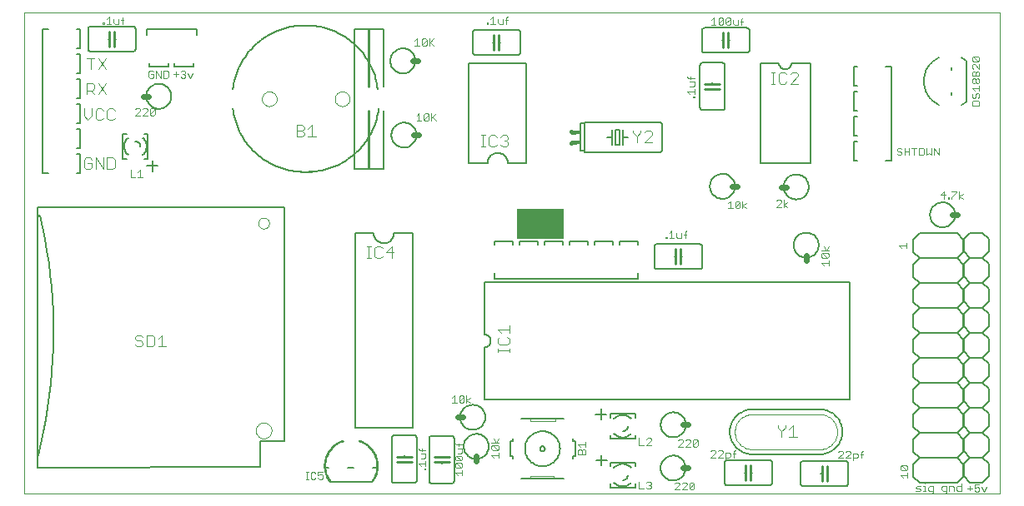
<source format=gto>
G75*
%MOIN*%
%OFA0B0*%
%FSLAX24Y24*%
%IPPOS*%
%LPD*%
%AMOC8*
5,1,8,0,0,1.08239X$1,22.5*
%
%ADD10C,0.0000*%
%ADD11C,0.0040*%
%ADD12C,0.0030*%
%ADD13R,0.1850X0.1197*%
%ADD14C,0.0060*%
%ADD15C,0.0006*%
%ADD16C,0.0050*%
%ADD17C,0.0020*%
%ADD18C,0.0100*%
%ADD19C,0.0240*%
%ADD20C,0.0160*%
%ADD21R,0.0230X0.0160*%
D10*
X000180Y000550D02*
X000180Y019841D01*
X039156Y019841D01*
X039156Y000550D01*
X000180Y000550D01*
X009432Y003085D02*
X009434Y003120D01*
X009440Y003155D01*
X009450Y003189D01*
X009463Y003222D01*
X009480Y003253D01*
X009501Y003281D01*
X009524Y003308D01*
X009551Y003331D01*
X009579Y003352D01*
X009610Y003369D01*
X009643Y003382D01*
X009677Y003392D01*
X009712Y003398D01*
X009747Y003400D01*
X009782Y003398D01*
X009817Y003392D01*
X009851Y003382D01*
X009884Y003369D01*
X009915Y003352D01*
X009943Y003331D01*
X009970Y003308D01*
X009993Y003281D01*
X010014Y003253D01*
X010031Y003222D01*
X010044Y003189D01*
X010054Y003155D01*
X010060Y003120D01*
X010062Y003085D01*
X010060Y003050D01*
X010054Y003015D01*
X010044Y002981D01*
X010031Y002948D01*
X010014Y002917D01*
X009993Y002889D01*
X009970Y002862D01*
X009943Y002839D01*
X009915Y002818D01*
X009884Y002801D01*
X009851Y002788D01*
X009817Y002778D01*
X009782Y002772D01*
X009747Y002770D01*
X009712Y002772D01*
X009677Y002778D01*
X009643Y002788D01*
X009610Y002801D01*
X009579Y002818D01*
X009551Y002839D01*
X009524Y002862D01*
X009501Y002889D01*
X009480Y002917D01*
X009463Y002948D01*
X009450Y002981D01*
X009440Y003015D01*
X009434Y003050D01*
X009432Y003085D01*
X009530Y011392D02*
X009532Y011421D01*
X009538Y011449D01*
X009547Y011477D01*
X009560Y011503D01*
X009577Y011526D01*
X009596Y011548D01*
X009618Y011567D01*
X009643Y011582D01*
X009669Y011595D01*
X009697Y011603D01*
X009725Y011608D01*
X009754Y011609D01*
X009783Y011606D01*
X009811Y011599D01*
X009838Y011589D01*
X009864Y011575D01*
X009887Y011558D01*
X009908Y011538D01*
X009926Y011515D01*
X009941Y011490D01*
X009952Y011463D01*
X009960Y011435D01*
X009964Y011406D01*
X009964Y011378D01*
X009960Y011349D01*
X009952Y011321D01*
X009941Y011294D01*
X009926Y011269D01*
X009908Y011246D01*
X009887Y011226D01*
X009864Y011209D01*
X009838Y011195D01*
X009811Y011185D01*
X009783Y011178D01*
X009754Y011175D01*
X009725Y011176D01*
X009697Y011181D01*
X009669Y011189D01*
X009643Y011202D01*
X009618Y011217D01*
X009596Y011236D01*
X009577Y011258D01*
X009560Y011281D01*
X009547Y011307D01*
X009538Y011335D01*
X009532Y011363D01*
X009530Y011392D01*
X009676Y016376D02*
X009678Y016410D01*
X009684Y016444D01*
X009694Y016477D01*
X009707Y016508D01*
X009725Y016538D01*
X009745Y016566D01*
X009769Y016591D01*
X009795Y016613D01*
X009823Y016631D01*
X009854Y016647D01*
X009886Y016659D01*
X009920Y016667D01*
X009954Y016671D01*
X009988Y016671D01*
X010022Y016667D01*
X010056Y016659D01*
X010088Y016647D01*
X010118Y016631D01*
X010147Y016613D01*
X010173Y016591D01*
X010197Y016566D01*
X010217Y016538D01*
X010235Y016508D01*
X010248Y016477D01*
X010258Y016444D01*
X010264Y016410D01*
X010266Y016376D01*
X010264Y016342D01*
X010258Y016308D01*
X010248Y016275D01*
X010235Y016244D01*
X010217Y016214D01*
X010197Y016186D01*
X010173Y016161D01*
X010147Y016139D01*
X010119Y016121D01*
X010088Y016105D01*
X010056Y016093D01*
X010022Y016085D01*
X009988Y016081D01*
X009954Y016081D01*
X009920Y016085D01*
X009886Y016093D01*
X009854Y016105D01*
X009823Y016121D01*
X009795Y016139D01*
X009769Y016161D01*
X009745Y016186D01*
X009725Y016214D01*
X009707Y016244D01*
X009694Y016275D01*
X009684Y016308D01*
X009678Y016342D01*
X009676Y016376D01*
X012590Y016376D02*
X012592Y016410D01*
X012598Y016444D01*
X012608Y016477D01*
X012621Y016508D01*
X012639Y016538D01*
X012659Y016566D01*
X012683Y016591D01*
X012709Y016613D01*
X012737Y016631D01*
X012768Y016647D01*
X012800Y016659D01*
X012834Y016667D01*
X012868Y016671D01*
X012902Y016671D01*
X012936Y016667D01*
X012970Y016659D01*
X013002Y016647D01*
X013032Y016631D01*
X013061Y016613D01*
X013087Y016591D01*
X013111Y016566D01*
X013131Y016538D01*
X013149Y016508D01*
X013162Y016477D01*
X013172Y016444D01*
X013178Y016410D01*
X013180Y016376D01*
X013178Y016342D01*
X013172Y016308D01*
X013162Y016275D01*
X013149Y016244D01*
X013131Y016214D01*
X013111Y016186D01*
X013087Y016161D01*
X013061Y016139D01*
X013033Y016121D01*
X013002Y016105D01*
X012970Y016093D01*
X012936Y016085D01*
X012902Y016081D01*
X012868Y016081D01*
X012834Y016085D01*
X012800Y016093D01*
X012768Y016105D01*
X012737Y016121D01*
X012709Y016139D01*
X012683Y016161D01*
X012659Y016186D01*
X012639Y016214D01*
X012621Y016244D01*
X012608Y016275D01*
X012598Y016308D01*
X012592Y016342D01*
X012590Y016376D01*
D11*
X011672Y015321D02*
X011672Y014861D01*
X011519Y014861D02*
X011826Y014861D01*
X011519Y015168D02*
X011672Y015321D01*
X011365Y015245D02*
X011365Y015168D01*
X011288Y015091D01*
X011058Y015091D01*
X011058Y014861D02*
X011288Y014861D01*
X011365Y014938D01*
X011365Y015014D01*
X011288Y015091D01*
X011365Y015245D02*
X011288Y015321D01*
X011058Y015321D01*
X011058Y014861D01*
X018445Y014924D02*
X018598Y014924D01*
X018521Y014924D02*
X018521Y014463D01*
X018445Y014463D02*
X018598Y014463D01*
X018752Y014540D02*
X018828Y014463D01*
X018982Y014463D01*
X019059Y014540D01*
X019212Y014540D02*
X019289Y014463D01*
X019442Y014463D01*
X019519Y014540D01*
X019519Y014617D01*
X019442Y014694D01*
X019366Y014694D01*
X019442Y014694D02*
X019519Y014770D01*
X019519Y014847D01*
X019442Y014924D01*
X019289Y014924D01*
X019212Y014847D01*
X019059Y014847D02*
X018982Y014924D01*
X018828Y014924D01*
X018752Y014847D01*
X018752Y014540D01*
X020111Y011699D02*
X020571Y011392D01*
X020571Y011085D02*
X020111Y011085D01*
X020111Y010932D02*
X020111Y011239D01*
X020111Y011392D02*
X020571Y011699D01*
X021111Y011699D02*
X021571Y011392D01*
X021571Y011239D02*
X021418Y011085D01*
X021418Y011162D02*
X021418Y010932D01*
X021571Y010932D02*
X021111Y010932D01*
X021111Y011162D01*
X021188Y011239D01*
X021341Y011239D01*
X021418Y011162D01*
X021111Y011392D02*
X021571Y011699D01*
X024668Y014640D02*
X024668Y014871D01*
X024822Y015024D01*
X024822Y015101D01*
X024975Y015024D02*
X025052Y015101D01*
X025206Y015101D01*
X025282Y015024D01*
X025282Y014947D01*
X024975Y014640D01*
X025282Y014640D01*
X024668Y014871D02*
X024515Y015024D01*
X024515Y015101D01*
X030027Y016979D02*
X030180Y016979D01*
X030104Y016979D02*
X030104Y017439D01*
X030180Y017439D02*
X030027Y017439D01*
X030334Y017363D02*
X030334Y017056D01*
X030410Y016979D01*
X030564Y016979D01*
X030641Y017056D01*
X030794Y016979D02*
X031101Y017286D01*
X031101Y017363D01*
X031024Y017439D01*
X030871Y017439D01*
X030794Y017363D01*
X030641Y017363D02*
X030564Y017439D01*
X030410Y017439D01*
X030334Y017363D01*
X030794Y016979D02*
X031101Y016979D01*
X014951Y010233D02*
X014644Y010233D01*
X014875Y010463D01*
X014875Y010003D01*
X014491Y010079D02*
X014414Y010003D01*
X014261Y010003D01*
X014184Y010079D01*
X014184Y010386D01*
X014261Y010463D01*
X014414Y010463D01*
X014491Y010386D01*
X014031Y010463D02*
X013877Y010463D01*
X013954Y010463D02*
X013954Y010003D01*
X013877Y010003D02*
X014031Y010003D01*
X019101Y007144D02*
X019562Y007144D01*
X019562Y007297D02*
X019562Y006990D01*
X019485Y006837D02*
X019562Y006760D01*
X019562Y006607D01*
X019485Y006530D01*
X019178Y006530D01*
X019101Y006607D01*
X019101Y006760D01*
X019178Y006837D01*
X019255Y006990D02*
X019101Y007144D01*
X019101Y006377D02*
X019101Y006223D01*
X019101Y006300D02*
X019562Y006300D01*
X019562Y006223D02*
X019562Y006377D01*
X030294Y003282D02*
X030294Y003205D01*
X030448Y003052D01*
X030448Y002822D01*
X030448Y003052D02*
X030601Y003205D01*
X030601Y003282D01*
X030755Y003129D02*
X030908Y003282D01*
X030908Y002822D01*
X030755Y002822D02*
X031062Y002822D01*
X005837Y006451D02*
X005530Y006451D01*
X005684Y006451D02*
X005684Y006912D01*
X005530Y006758D01*
X005377Y006835D02*
X005377Y006528D01*
X005300Y006451D01*
X005070Y006451D01*
X005070Y006912D01*
X005300Y006912D01*
X005377Y006835D01*
X004916Y006835D02*
X004840Y006912D01*
X004686Y006912D01*
X004609Y006835D01*
X004609Y006758D01*
X004686Y006682D01*
X004840Y006682D01*
X004916Y006605D01*
X004916Y006528D01*
X004840Y006451D01*
X004686Y006451D01*
X004609Y006528D01*
X003713Y013562D02*
X003483Y013562D01*
X003483Y014022D01*
X003713Y014022D01*
X003790Y013945D01*
X003790Y013638D01*
X003713Y013562D01*
X003330Y013562D02*
X003330Y014022D01*
X003023Y014022D02*
X003330Y013562D01*
X003023Y013562D02*
X003023Y014022D01*
X002869Y013945D02*
X002792Y014022D01*
X002639Y014022D01*
X002562Y013945D01*
X002562Y013638D01*
X002639Y013562D01*
X002792Y013562D01*
X002869Y013638D01*
X002869Y013792D01*
X002716Y013792D01*
X002716Y015530D02*
X002869Y015684D01*
X002869Y015991D01*
X003023Y015914D02*
X003023Y015607D01*
X003099Y015530D01*
X003253Y015530D01*
X003330Y015607D01*
X003483Y015607D02*
X003560Y015530D01*
X003713Y015530D01*
X003790Y015607D01*
X003483Y015607D02*
X003483Y015914D01*
X003560Y015991D01*
X003713Y015991D01*
X003790Y015914D01*
X003330Y015914D02*
X003253Y015991D01*
X003099Y015991D01*
X003023Y015914D01*
X002562Y015991D02*
X002562Y015684D01*
X002716Y015530D01*
X002672Y016552D02*
X002672Y017012D01*
X002903Y017012D01*
X002979Y016936D01*
X002979Y016782D01*
X002903Y016705D01*
X002672Y016705D01*
X002826Y016705D02*
X002979Y016552D01*
X003133Y016552D02*
X003440Y017012D01*
X003133Y017012D02*
X003440Y016552D01*
X003440Y017552D02*
X003133Y018012D01*
X002979Y018012D02*
X002672Y018012D01*
X002826Y018012D02*
X002826Y017552D01*
X003133Y017552D02*
X003440Y018012D01*
D12*
X005148Y017452D02*
X005148Y017259D01*
X005196Y017210D01*
X005293Y017210D01*
X005341Y017259D01*
X005341Y017355D01*
X005245Y017355D01*
X005341Y017452D02*
X005293Y017501D01*
X005196Y017501D01*
X005148Y017452D01*
X005442Y017501D02*
X005636Y017210D01*
X005636Y017501D01*
X005737Y017501D02*
X005882Y017501D01*
X005931Y017452D01*
X005931Y017259D01*
X005882Y017210D01*
X005737Y017210D01*
X005737Y017501D01*
X005442Y017501D02*
X005442Y017210D01*
X006130Y017358D02*
X006323Y017358D01*
X006227Y017455D02*
X006227Y017261D01*
X006425Y017261D02*
X006473Y017213D01*
X006570Y017213D01*
X006618Y017261D01*
X006618Y017310D01*
X006570Y017358D01*
X006521Y017358D01*
X006570Y017358D02*
X006618Y017407D01*
X006618Y017455D01*
X006570Y017503D01*
X006473Y017503D01*
X006425Y017455D01*
X006719Y017407D02*
X006816Y017213D01*
X006913Y017407D01*
X005395Y015956D02*
X005202Y015763D01*
X005250Y015714D01*
X005347Y015714D01*
X005395Y015763D01*
X005395Y015956D01*
X005347Y016004D01*
X005250Y016004D01*
X005202Y015956D01*
X005202Y015763D01*
X005100Y015714D02*
X004907Y015714D01*
X005100Y015908D01*
X005100Y015956D01*
X005052Y016004D01*
X004955Y016004D01*
X004907Y015956D01*
X004806Y015956D02*
X004757Y016004D01*
X004661Y016004D01*
X004612Y015956D01*
X004806Y015956D02*
X004806Y015908D01*
X004612Y015714D01*
X004806Y015714D01*
X004815Y013532D02*
X004718Y013435D01*
X004815Y013532D02*
X004815Y013242D01*
X004911Y013242D02*
X004718Y013242D01*
X004617Y013242D02*
X004423Y013242D01*
X004423Y013532D01*
X004098Y019376D02*
X004098Y019618D01*
X004146Y019666D01*
X004146Y019521D02*
X004050Y019521D01*
X003949Y019569D02*
X003949Y019376D01*
X003803Y019376D01*
X003755Y019424D01*
X003755Y019569D01*
X003654Y019376D02*
X003460Y019376D01*
X003557Y019376D02*
X003557Y019666D01*
X003460Y019569D01*
X003361Y019424D02*
X003361Y019376D01*
X003313Y019376D01*
X003313Y019424D01*
X003361Y019424D01*
X015770Y018687D02*
X015867Y018784D01*
X015867Y018494D01*
X015963Y018494D02*
X015770Y018494D01*
X016064Y018542D02*
X016258Y018736D01*
X016258Y018542D01*
X016210Y018494D01*
X016113Y018494D01*
X016064Y018542D01*
X016064Y018736D01*
X016113Y018784D01*
X016210Y018784D01*
X016258Y018736D01*
X016359Y018784D02*
X016359Y018494D01*
X016359Y018590D02*
X016553Y018784D01*
X016407Y018639D02*
X016553Y018494D01*
X018667Y019376D02*
X018716Y019376D01*
X018716Y019424D01*
X018667Y019424D01*
X018667Y019376D01*
X018815Y019376D02*
X019008Y019376D01*
X018912Y019376D02*
X018912Y019666D01*
X018815Y019569D01*
X019109Y019569D02*
X019109Y019424D01*
X019158Y019376D01*
X019303Y019376D01*
X019303Y019569D01*
X019404Y019521D02*
X019501Y019521D01*
X019452Y019618D02*
X019501Y019666D01*
X019452Y019618D02*
X019452Y019376D01*
X016639Y015784D02*
X016446Y015590D01*
X016494Y015639D02*
X016639Y015494D01*
X016446Y015494D02*
X016446Y015784D01*
X016345Y015736D02*
X016151Y015542D01*
X016199Y015494D01*
X016296Y015494D01*
X016345Y015542D01*
X016345Y015736D01*
X016296Y015784D01*
X016199Y015784D01*
X016151Y015736D01*
X016151Y015542D01*
X016050Y015494D02*
X015856Y015494D01*
X015953Y015494D02*
X015953Y015784D01*
X015856Y015687D01*
X025809Y010841D02*
X025809Y010793D01*
X025858Y010793D01*
X025858Y010841D01*
X025809Y010841D01*
X025956Y010793D02*
X026150Y010793D01*
X026053Y010793D02*
X026053Y011083D01*
X025956Y010986D01*
X026251Y010986D02*
X026251Y010841D01*
X026300Y010793D01*
X026445Y010793D01*
X026445Y010986D01*
X026546Y010938D02*
X026643Y010938D01*
X026594Y011035D02*
X026594Y010793D01*
X026594Y011035D02*
X026643Y011083D01*
X028297Y011990D02*
X028491Y011990D01*
X028394Y011990D02*
X028394Y012280D01*
X028297Y012183D01*
X028592Y012232D02*
X028640Y012280D01*
X028737Y012280D01*
X028786Y012232D01*
X028592Y012038D01*
X028640Y011990D01*
X028737Y011990D01*
X028786Y012038D01*
X028786Y012232D01*
X028887Y012280D02*
X028887Y011990D01*
X028887Y012087D02*
X029032Y011990D01*
X028887Y012087D02*
X029032Y012183D01*
X028592Y012232D02*
X028592Y012038D01*
X030242Y012045D02*
X030436Y012238D01*
X030436Y012287D01*
X030387Y012335D01*
X030291Y012335D01*
X030242Y012287D01*
X030242Y012045D02*
X030436Y012045D01*
X030537Y012045D02*
X030537Y012335D01*
X030682Y012238D02*
X030537Y012142D01*
X030682Y012045D01*
X032137Y010449D02*
X032234Y010304D01*
X032330Y010449D01*
X032330Y010304D02*
X032040Y010304D01*
X032088Y010202D02*
X032282Y010009D01*
X032330Y010057D01*
X032330Y010154D01*
X032282Y010202D01*
X032088Y010202D01*
X032040Y010154D01*
X032040Y010057D01*
X032088Y010009D01*
X032282Y010009D01*
X032330Y009908D02*
X032330Y009714D01*
X032330Y009811D02*
X032040Y009811D01*
X032137Y009714D01*
X035142Y010488D02*
X035239Y010391D01*
X035142Y010488D02*
X035433Y010488D01*
X035433Y010391D02*
X035433Y010585D01*
X036954Y012376D02*
X036954Y012666D01*
X036809Y012521D01*
X037003Y012521D01*
X037104Y012424D02*
X037152Y012424D01*
X037152Y012376D01*
X037104Y012376D01*
X037104Y012424D01*
X037251Y012424D02*
X037251Y012376D01*
X037251Y012424D02*
X037445Y012618D01*
X037445Y012666D01*
X037251Y012666D01*
X037546Y012666D02*
X037546Y012376D01*
X037546Y012472D02*
X037691Y012376D01*
X037546Y012472D02*
X037691Y012569D01*
X036728Y014116D02*
X036728Y014406D01*
X036534Y014406D02*
X036534Y014116D01*
X036433Y014116D02*
X036433Y014406D01*
X036534Y014406D02*
X036728Y014116D01*
X036433Y014116D02*
X036336Y014213D01*
X036240Y014116D01*
X036240Y014406D01*
X036139Y014358D02*
X036139Y014164D01*
X036090Y014116D01*
X035945Y014116D01*
X035945Y014406D01*
X036090Y014406D01*
X036139Y014358D01*
X035844Y014406D02*
X035650Y014406D01*
X035747Y014406D02*
X035747Y014116D01*
X035549Y014116D02*
X035549Y014406D01*
X035549Y014261D02*
X035356Y014261D01*
X035255Y014213D02*
X035206Y014261D01*
X035110Y014261D01*
X035061Y014309D01*
X035061Y014358D01*
X035110Y014406D01*
X035206Y014406D01*
X035255Y014358D01*
X035356Y014406D02*
X035356Y014116D01*
X035255Y014164D02*
X035206Y014116D01*
X035110Y014116D01*
X035061Y014164D01*
X035255Y014164D02*
X035255Y014213D01*
X038064Y016108D02*
X038064Y016253D01*
X038112Y016301D01*
X038306Y016301D01*
X038354Y016253D01*
X038354Y016108D01*
X038064Y016108D01*
X038112Y016403D02*
X038160Y016403D01*
X038209Y016451D01*
X038209Y016548D01*
X038257Y016596D01*
X038306Y016596D01*
X038354Y016548D01*
X038354Y016451D01*
X038306Y016403D01*
X038112Y016403D02*
X038064Y016451D01*
X038064Y016548D01*
X038112Y016596D01*
X038160Y016697D02*
X038064Y016794D01*
X038354Y016794D01*
X038354Y016697D02*
X038354Y016891D01*
X038306Y016992D02*
X038257Y016992D01*
X038209Y017040D01*
X038209Y017137D01*
X038257Y017185D01*
X038306Y017185D01*
X038354Y017137D01*
X038354Y017040D01*
X038306Y016992D01*
X038209Y017040D02*
X038160Y016992D01*
X038112Y016992D01*
X038064Y017040D01*
X038064Y017137D01*
X038112Y017185D01*
X038160Y017185D01*
X038209Y017137D01*
X038209Y017287D02*
X038209Y017432D01*
X038257Y017480D01*
X038306Y017480D01*
X038354Y017432D01*
X038354Y017287D01*
X038064Y017287D01*
X038064Y017432D01*
X038112Y017480D01*
X038160Y017480D01*
X038209Y017432D01*
X038112Y017581D02*
X038064Y017630D01*
X038064Y017726D01*
X038112Y017775D01*
X038160Y017775D01*
X038354Y017581D01*
X038354Y017775D01*
X038306Y017876D02*
X038112Y017876D01*
X038064Y017924D01*
X038064Y018021D01*
X038112Y018069D01*
X038306Y017876D01*
X038354Y017924D01*
X038354Y018021D01*
X038306Y018069D01*
X038112Y018069D01*
X028903Y019481D02*
X028807Y019481D01*
X028855Y019578D02*
X028903Y019627D01*
X028855Y019578D02*
X028855Y019336D01*
X028706Y019336D02*
X028706Y019530D01*
X028706Y019336D02*
X028560Y019336D01*
X028512Y019385D01*
X028512Y019530D01*
X028411Y019578D02*
X028217Y019385D01*
X028266Y019336D01*
X028362Y019336D01*
X028411Y019385D01*
X028411Y019578D01*
X028362Y019627D01*
X028266Y019627D01*
X028217Y019578D01*
X028217Y019385D01*
X028116Y019385D02*
X028068Y019336D01*
X027971Y019336D01*
X027923Y019385D01*
X028116Y019578D01*
X028116Y019385D01*
X028116Y019578D02*
X028068Y019627D01*
X027971Y019627D01*
X027923Y019578D01*
X027923Y019385D01*
X027822Y019336D02*
X027628Y019336D01*
X027725Y019336D02*
X027725Y019627D01*
X027628Y019530D01*
X026815Y017248D02*
X026815Y017152D01*
X026718Y017200D02*
X026960Y017200D01*
X026960Y017050D02*
X026767Y017050D01*
X026718Y017200D02*
X026670Y017248D01*
X026960Y017050D02*
X026960Y016905D01*
X026912Y016857D01*
X026767Y016857D01*
X026960Y016756D02*
X026960Y016562D01*
X026960Y016659D02*
X026670Y016659D01*
X026767Y016562D01*
X026912Y016463D02*
X026960Y016463D01*
X026960Y016415D01*
X026912Y016415D01*
X026912Y016463D01*
X017855Y004493D02*
X017855Y004202D01*
X017855Y004299D02*
X018000Y004202D01*
X017855Y004299D02*
X018000Y004396D01*
X017754Y004444D02*
X017754Y004251D01*
X017706Y004202D01*
X017609Y004202D01*
X017561Y004251D01*
X017754Y004444D01*
X017706Y004493D01*
X017609Y004493D01*
X017561Y004444D01*
X017561Y004251D01*
X017459Y004202D02*
X017266Y004202D01*
X017363Y004202D02*
X017363Y004493D01*
X017266Y004396D01*
X018948Y002748D02*
X019045Y002603D01*
X019141Y002748D01*
X019141Y002603D02*
X018851Y002603D01*
X018900Y002502D02*
X018851Y002453D01*
X018851Y002356D01*
X018900Y002308D01*
X019093Y002308D01*
X018900Y002502D01*
X019093Y002502D01*
X019141Y002453D01*
X019141Y002356D01*
X019093Y002308D01*
X019141Y002207D02*
X019141Y002013D01*
X019141Y002110D02*
X018851Y002110D01*
X018948Y002013D01*
X017685Y002031D02*
X017685Y001935D01*
X017636Y001886D01*
X017443Y002080D01*
X017636Y002080D01*
X017685Y002031D01*
X017636Y001886D02*
X017443Y001886D01*
X017394Y001935D01*
X017394Y002031D01*
X017443Y002080D01*
X017491Y002181D02*
X017636Y002181D01*
X017685Y002229D01*
X017685Y002374D01*
X017491Y002374D01*
X017540Y002475D02*
X017540Y002572D01*
X017443Y002524D02*
X017394Y002572D01*
X017443Y002524D02*
X017685Y002524D01*
X016220Y002310D02*
X015978Y002310D01*
X015930Y002359D01*
X016075Y002359D02*
X016075Y002262D01*
X016027Y002161D02*
X016220Y002161D01*
X016220Y002016D01*
X016172Y001967D01*
X016027Y001967D01*
X016220Y001866D02*
X016220Y001673D01*
X016220Y001769D02*
X015930Y001769D01*
X016027Y001673D01*
X016172Y001574D02*
X016220Y001574D01*
X016220Y001525D01*
X016172Y001525D01*
X016172Y001574D01*
X017394Y001640D02*
X017443Y001592D01*
X017636Y001592D01*
X017443Y001785D01*
X017636Y001785D01*
X017685Y001737D01*
X017685Y001640D01*
X017636Y001592D01*
X017685Y001490D02*
X017685Y001297D01*
X017685Y001394D02*
X017394Y001394D01*
X017491Y001297D01*
X017394Y001640D02*
X017394Y001737D01*
X017443Y001785D01*
X022316Y002139D02*
X022316Y002285D01*
X022364Y002333D01*
X022412Y002333D01*
X022461Y002285D01*
X022461Y002139D01*
X022606Y002139D02*
X022606Y002285D01*
X022558Y002333D01*
X022509Y002333D01*
X022461Y002285D01*
X022412Y002434D02*
X022316Y002531D01*
X022606Y002531D01*
X022606Y002434D02*
X022606Y002628D01*
X022606Y002139D02*
X022316Y002139D01*
X024754Y002494D02*
X024948Y002494D01*
X025049Y002494D02*
X025242Y002687D01*
X025242Y002736D01*
X025194Y002784D01*
X025097Y002784D01*
X025049Y002736D01*
X025049Y002494D02*
X025242Y002494D01*
X024754Y002494D02*
X024754Y002784D01*
X026313Y002688D02*
X026361Y002737D01*
X026458Y002737D01*
X026507Y002688D01*
X026507Y002640D01*
X026313Y002446D01*
X026507Y002446D01*
X026608Y002446D02*
X026801Y002640D01*
X026801Y002688D01*
X026753Y002737D01*
X026656Y002737D01*
X026608Y002688D01*
X026608Y002446D02*
X026801Y002446D01*
X026902Y002495D02*
X027096Y002688D01*
X027096Y002495D01*
X027048Y002446D01*
X026951Y002446D01*
X026902Y002495D01*
X026902Y002688D01*
X026951Y002737D01*
X027048Y002737D01*
X027096Y002688D01*
X027612Y002255D02*
X027661Y002304D01*
X027757Y002304D01*
X027806Y002255D01*
X027806Y002207D01*
X027612Y002013D01*
X027806Y002013D01*
X027907Y002013D02*
X028100Y002207D01*
X028100Y002255D01*
X028052Y002304D01*
X027955Y002304D01*
X027907Y002255D01*
X027907Y002013D02*
X028100Y002013D01*
X028202Y002013D02*
X028347Y002013D01*
X028395Y002062D01*
X028395Y002159D01*
X028347Y002207D01*
X028202Y002207D01*
X028202Y001917D01*
X028545Y002013D02*
X028545Y002255D01*
X028593Y002304D01*
X028593Y002159D02*
X028496Y002159D01*
X026954Y000964D02*
X026906Y001012D01*
X026809Y001012D01*
X026761Y000964D01*
X026761Y000770D01*
X026954Y000964D01*
X026954Y000770D01*
X026906Y000722D01*
X026809Y000722D01*
X026761Y000770D01*
X026660Y000722D02*
X026466Y000722D01*
X026660Y000916D01*
X026660Y000964D01*
X026611Y001012D01*
X026514Y001012D01*
X026466Y000964D01*
X026365Y000964D02*
X026317Y001012D01*
X026220Y001012D01*
X026171Y000964D01*
X026365Y000964D02*
X026365Y000916D01*
X026171Y000722D01*
X026365Y000722D01*
X025226Y000802D02*
X025178Y000754D01*
X025081Y000754D01*
X025033Y000802D01*
X024932Y000754D02*
X024738Y000754D01*
X024738Y001044D01*
X025033Y000995D02*
X025081Y001044D01*
X025178Y001044D01*
X025226Y000995D01*
X025226Y000947D01*
X025178Y000899D01*
X025226Y000850D01*
X025226Y000802D01*
X025178Y000899D02*
X025130Y000899D01*
X032715Y001982D02*
X032908Y002175D01*
X032908Y002224D01*
X032860Y002272D01*
X032763Y002272D01*
X032715Y002224D01*
X033009Y002224D02*
X033058Y002272D01*
X033154Y002272D01*
X033203Y002224D01*
X033203Y002175D01*
X033009Y001982D01*
X033203Y001982D01*
X033304Y001982D02*
X033449Y001982D01*
X033497Y002030D01*
X033497Y002127D01*
X033449Y002175D01*
X033304Y002175D01*
X033304Y001885D01*
X033647Y001982D02*
X033647Y002224D01*
X033695Y002272D01*
X033695Y002127D02*
X033599Y002127D01*
X032908Y001982D02*
X032715Y001982D01*
X035198Y001634D02*
X035198Y001538D01*
X035246Y001489D01*
X035439Y001489D01*
X035246Y001683D01*
X035439Y001683D01*
X035488Y001634D01*
X035488Y001538D01*
X035439Y001489D01*
X035488Y001388D02*
X035488Y001195D01*
X035488Y001291D02*
X035198Y001291D01*
X035294Y001195D01*
X035817Y000804D02*
X035865Y000756D01*
X035962Y000756D01*
X036011Y000707D01*
X035962Y000659D01*
X035817Y000659D01*
X035817Y000804D02*
X035865Y000853D01*
X036011Y000853D01*
X036112Y000853D02*
X036160Y000853D01*
X036160Y000659D01*
X036112Y000659D02*
X036208Y000659D01*
X036308Y000707D02*
X036357Y000659D01*
X036502Y000659D01*
X036502Y000611D02*
X036502Y000853D01*
X036357Y000853D01*
X036308Y000804D01*
X036308Y000707D01*
X036405Y000562D02*
X036453Y000562D01*
X036502Y000611D01*
X036849Y000723D02*
X036849Y000820D01*
X036897Y000868D01*
X037042Y000868D01*
X037042Y000626D01*
X036994Y000578D01*
X036945Y000578D01*
X036897Y000675D02*
X037042Y000675D01*
X037143Y000675D02*
X037143Y000868D01*
X037288Y000868D01*
X037337Y000820D01*
X037337Y000675D01*
X037438Y000723D02*
X037438Y000820D01*
X037486Y000868D01*
X037631Y000868D01*
X037631Y000965D02*
X037631Y000675D01*
X037486Y000675D01*
X037438Y000723D01*
X037864Y000781D02*
X038058Y000781D01*
X038159Y000781D02*
X038256Y000829D01*
X038304Y000829D01*
X038352Y000781D01*
X038352Y000684D01*
X038304Y000635D01*
X038207Y000635D01*
X038159Y000684D01*
X038159Y000781D02*
X038159Y000926D01*
X038352Y000926D01*
X038454Y000829D02*
X038550Y000635D01*
X038647Y000829D01*
X037961Y000877D02*
X037961Y000684D01*
X036897Y000675D02*
X036849Y000723D01*
X036160Y000949D02*
X036160Y000998D01*
X035246Y001683D02*
X035198Y001634D01*
X012116Y001430D02*
X011922Y001430D01*
X011922Y001285D01*
X012019Y001333D01*
X012067Y001333D01*
X012116Y001285D01*
X012116Y001188D01*
X012067Y001139D01*
X011971Y001139D01*
X011922Y001188D01*
X011821Y001188D02*
X011773Y001139D01*
X011676Y001139D01*
X011628Y001188D01*
X011628Y001381D01*
X011676Y001430D01*
X011773Y001430D01*
X011821Y001381D01*
X011528Y001430D02*
X011431Y001430D01*
X011480Y001430D02*
X011480Y001139D01*
X011528Y001139D02*
X011431Y001139D01*
D13*
X020790Y011369D03*
D14*
X018569Y009026D02*
X033169Y009026D01*
X033169Y004326D01*
X018569Y004326D01*
X018569Y006426D01*
X018599Y006428D01*
X018629Y006433D01*
X018658Y006442D01*
X018685Y006455D01*
X018711Y006470D01*
X018735Y006489D01*
X018756Y006510D01*
X018775Y006534D01*
X018790Y006560D01*
X018803Y006587D01*
X018812Y006616D01*
X018817Y006646D01*
X018819Y006676D01*
X018817Y006706D01*
X018812Y006736D01*
X018803Y006765D01*
X018790Y006792D01*
X018775Y006818D01*
X018756Y006842D01*
X018735Y006863D01*
X018711Y006882D01*
X018685Y006897D01*
X018658Y006910D01*
X018629Y006919D01*
X018599Y006924D01*
X018569Y006926D01*
X018569Y009026D01*
X015696Y010985D02*
X014946Y010985D01*
X014944Y010946D01*
X014938Y010907D01*
X014929Y010869D01*
X014916Y010832D01*
X014899Y010796D01*
X014879Y010763D01*
X014855Y010731D01*
X014829Y010702D01*
X014800Y010676D01*
X014768Y010652D01*
X014735Y010632D01*
X014699Y010615D01*
X014662Y010602D01*
X014624Y010593D01*
X014585Y010587D01*
X014546Y010585D01*
X014507Y010587D01*
X014468Y010593D01*
X014430Y010602D01*
X014393Y010615D01*
X014357Y010632D01*
X014324Y010652D01*
X014292Y010676D01*
X014263Y010702D01*
X014237Y010731D01*
X014213Y010763D01*
X014193Y010796D01*
X014176Y010832D01*
X014163Y010869D01*
X014154Y010907D01*
X014148Y010946D01*
X014146Y010985D01*
X013396Y010985D01*
X013396Y003185D01*
X015696Y003185D01*
X015696Y010985D01*
X017951Y013806D02*
X018701Y013806D01*
X018703Y013845D01*
X018709Y013884D01*
X018718Y013922D01*
X018731Y013959D01*
X018748Y013995D01*
X018768Y014028D01*
X018792Y014060D01*
X018818Y014089D01*
X018847Y014115D01*
X018879Y014139D01*
X018912Y014159D01*
X018948Y014176D01*
X018985Y014189D01*
X019023Y014198D01*
X019062Y014204D01*
X019101Y014206D01*
X019140Y014204D01*
X019179Y014198D01*
X019217Y014189D01*
X019254Y014176D01*
X019290Y014159D01*
X019323Y014139D01*
X019355Y014115D01*
X019384Y014089D01*
X019410Y014060D01*
X019434Y014028D01*
X019454Y013995D01*
X019471Y013959D01*
X019484Y013922D01*
X019493Y013884D01*
X019499Y013845D01*
X019501Y013806D01*
X020251Y013806D01*
X020251Y017806D01*
X017951Y017806D01*
X017951Y013806D01*
X014849Y014924D02*
X014851Y014968D01*
X014857Y015012D01*
X014867Y015055D01*
X014880Y015097D01*
X014897Y015138D01*
X014918Y015177D01*
X014942Y015214D01*
X014969Y015249D01*
X014999Y015281D01*
X015032Y015311D01*
X015068Y015337D01*
X015105Y015361D01*
X015145Y015380D01*
X015186Y015397D01*
X015229Y015409D01*
X015272Y015418D01*
X015316Y015423D01*
X015360Y015424D01*
X015404Y015421D01*
X015448Y015414D01*
X015491Y015403D01*
X015533Y015389D01*
X015573Y015371D01*
X015612Y015349D01*
X015648Y015325D01*
X015682Y015297D01*
X015714Y015266D01*
X015743Y015232D01*
X015769Y015196D01*
X015791Y015158D01*
X015810Y015118D01*
X015825Y015076D01*
X015837Y015034D01*
X015845Y014990D01*
X015849Y014946D01*
X015849Y014902D01*
X015845Y014858D01*
X015837Y014814D01*
X015825Y014772D01*
X015810Y014730D01*
X015791Y014690D01*
X015769Y014652D01*
X015743Y014616D01*
X015714Y014582D01*
X015682Y014551D01*
X015648Y014523D01*
X015612Y014499D01*
X015573Y014477D01*
X015533Y014459D01*
X015491Y014445D01*
X015448Y014434D01*
X015404Y014427D01*
X015360Y014424D01*
X015316Y014425D01*
X015272Y014430D01*
X015229Y014439D01*
X015186Y014451D01*
X015145Y014468D01*
X015105Y014487D01*
X015068Y014511D01*
X015032Y014537D01*
X014999Y014567D01*
X014969Y014599D01*
X014942Y014634D01*
X014918Y014671D01*
X014897Y014710D01*
X014880Y014751D01*
X014867Y014793D01*
X014857Y014836D01*
X014851Y014880D01*
X014849Y014924D01*
X014806Y017892D02*
X014808Y017936D01*
X014814Y017980D01*
X014824Y018023D01*
X014837Y018065D01*
X014854Y018106D01*
X014875Y018145D01*
X014899Y018182D01*
X014926Y018217D01*
X014956Y018249D01*
X014989Y018279D01*
X015025Y018305D01*
X015062Y018329D01*
X015102Y018348D01*
X015143Y018365D01*
X015186Y018377D01*
X015229Y018386D01*
X015273Y018391D01*
X015317Y018392D01*
X015361Y018389D01*
X015405Y018382D01*
X015448Y018371D01*
X015490Y018357D01*
X015530Y018339D01*
X015569Y018317D01*
X015605Y018293D01*
X015639Y018265D01*
X015671Y018234D01*
X015700Y018200D01*
X015726Y018164D01*
X015748Y018126D01*
X015767Y018086D01*
X015782Y018044D01*
X015794Y018002D01*
X015802Y017958D01*
X015806Y017914D01*
X015806Y017870D01*
X015802Y017826D01*
X015794Y017782D01*
X015782Y017740D01*
X015767Y017698D01*
X015748Y017658D01*
X015726Y017620D01*
X015700Y017584D01*
X015671Y017550D01*
X015639Y017519D01*
X015605Y017491D01*
X015569Y017467D01*
X015530Y017445D01*
X015490Y017427D01*
X015448Y017413D01*
X015405Y017402D01*
X015361Y017395D01*
X015317Y017392D01*
X015273Y017393D01*
X015229Y017398D01*
X015186Y017407D01*
X015143Y017419D01*
X015102Y017436D01*
X015062Y017455D01*
X015025Y017479D01*
X014989Y017505D01*
X014956Y017535D01*
X014926Y017567D01*
X014899Y017602D01*
X014875Y017639D01*
X014854Y017678D01*
X014837Y017719D01*
X014824Y017761D01*
X014814Y017804D01*
X014808Y017848D01*
X014806Y017892D01*
X018104Y018240D02*
X018104Y019040D01*
X018106Y019057D01*
X018110Y019074D01*
X018117Y019090D01*
X018127Y019104D01*
X018140Y019117D01*
X018154Y019127D01*
X018170Y019134D01*
X018187Y019138D01*
X018204Y019140D01*
X019904Y019140D01*
X019921Y019138D01*
X019938Y019134D01*
X019954Y019127D01*
X019968Y019117D01*
X019981Y019104D01*
X019991Y019090D01*
X019998Y019074D01*
X020002Y019057D01*
X020004Y019040D01*
X020004Y018240D01*
X020002Y018223D01*
X019998Y018206D01*
X019991Y018190D01*
X019981Y018176D01*
X019968Y018163D01*
X019954Y018153D01*
X019938Y018146D01*
X019921Y018142D01*
X019904Y018140D01*
X018204Y018140D01*
X018187Y018142D01*
X018170Y018146D01*
X018154Y018153D01*
X018140Y018163D01*
X018127Y018176D01*
X018117Y018190D01*
X018110Y018206D01*
X018106Y018223D01*
X018104Y018240D01*
X018904Y018640D02*
X018954Y018640D01*
X019154Y018640D02*
X019204Y018640D01*
X022571Y015433D02*
X025571Y015433D01*
X025588Y015431D01*
X025605Y015427D01*
X025621Y015420D01*
X025635Y015410D01*
X025648Y015397D01*
X025658Y015383D01*
X025665Y015367D01*
X025669Y015350D01*
X025671Y015333D01*
X025671Y014333D01*
X025669Y014316D01*
X025665Y014299D01*
X025658Y014283D01*
X025648Y014269D01*
X025635Y014256D01*
X025621Y014246D01*
X025605Y014239D01*
X025588Y014235D01*
X025571Y014233D01*
X022571Y014233D01*
X022571Y014283D01*
X022571Y015383D01*
X022571Y015433D01*
X022571Y015383D02*
X022421Y015383D01*
X022421Y014283D01*
X022571Y014283D01*
X023471Y014833D02*
X023671Y014833D01*
X023671Y014533D01*
X023821Y014533D02*
X023971Y014533D01*
X023971Y015133D01*
X023821Y015133D01*
X023821Y014533D01*
X024121Y014533D02*
X024121Y014833D01*
X024321Y014833D01*
X024121Y014833D02*
X024121Y015133D01*
X023671Y015133D02*
X023671Y014833D01*
X027188Y016019D02*
X027188Y017719D01*
X027190Y017736D01*
X027194Y017753D01*
X027201Y017769D01*
X027211Y017783D01*
X027224Y017796D01*
X027238Y017806D01*
X027254Y017813D01*
X027271Y017817D01*
X027288Y017819D01*
X028088Y017819D01*
X028105Y017817D01*
X028122Y017813D01*
X028138Y017806D01*
X028152Y017796D01*
X028165Y017783D01*
X028175Y017769D01*
X028182Y017753D01*
X028186Y017736D01*
X028188Y017719D01*
X028188Y016019D01*
X028186Y016002D01*
X028182Y015985D01*
X028175Y015969D01*
X028165Y015955D01*
X028152Y015942D01*
X028138Y015932D01*
X028122Y015925D01*
X028105Y015921D01*
X028088Y015919D01*
X027288Y015919D01*
X027271Y015921D01*
X027254Y015925D01*
X027238Y015932D01*
X027224Y015942D01*
X027211Y015955D01*
X027201Y015969D01*
X027194Y015985D01*
X027190Y016002D01*
X027188Y016019D01*
X027688Y016719D02*
X027688Y016769D01*
X027688Y016969D02*
X027688Y017019D01*
X029597Y017806D02*
X029597Y013806D01*
X031597Y013806D01*
X031597Y017806D01*
X030847Y017806D01*
X030845Y017776D01*
X030840Y017746D01*
X030831Y017717D01*
X030818Y017690D01*
X030803Y017664D01*
X030784Y017640D01*
X030763Y017619D01*
X030739Y017600D01*
X030713Y017585D01*
X030686Y017572D01*
X030657Y017563D01*
X030627Y017558D01*
X030597Y017556D01*
X030567Y017558D01*
X030537Y017563D01*
X030508Y017572D01*
X030481Y017585D01*
X030455Y017600D01*
X030431Y017619D01*
X030410Y017640D01*
X030391Y017664D01*
X030376Y017690D01*
X030363Y017717D01*
X030354Y017746D01*
X030349Y017776D01*
X030347Y017806D01*
X029597Y017806D01*
X029058Y018215D02*
X027358Y018215D01*
X027341Y018217D01*
X027324Y018221D01*
X027308Y018228D01*
X027294Y018238D01*
X027281Y018251D01*
X027271Y018265D01*
X027264Y018281D01*
X027260Y018298D01*
X027258Y018315D01*
X027258Y019115D01*
X027260Y019132D01*
X027264Y019149D01*
X027271Y019165D01*
X027281Y019179D01*
X027294Y019192D01*
X027308Y019202D01*
X027324Y019209D01*
X027341Y019213D01*
X027358Y019215D01*
X029058Y019215D01*
X029075Y019213D01*
X029092Y019209D01*
X029108Y019202D01*
X029122Y019192D01*
X029135Y019179D01*
X029145Y019165D01*
X029152Y019149D01*
X029156Y019132D01*
X029158Y019115D01*
X029158Y018315D01*
X029156Y018298D01*
X029152Y018281D01*
X029145Y018265D01*
X029135Y018251D01*
X029122Y018238D01*
X029108Y018228D01*
X029092Y018221D01*
X029075Y018217D01*
X029058Y018215D01*
X028358Y018715D02*
X028308Y018715D01*
X028108Y018715D02*
X028058Y018715D01*
X027586Y012869D02*
X027588Y012913D01*
X027594Y012957D01*
X027604Y013000D01*
X027617Y013042D01*
X027634Y013083D01*
X027655Y013122D01*
X027679Y013159D01*
X027706Y013194D01*
X027736Y013226D01*
X027769Y013256D01*
X027805Y013282D01*
X027842Y013306D01*
X027882Y013325D01*
X027923Y013342D01*
X027966Y013354D01*
X028009Y013363D01*
X028053Y013368D01*
X028097Y013369D01*
X028141Y013366D01*
X028185Y013359D01*
X028228Y013348D01*
X028270Y013334D01*
X028310Y013316D01*
X028349Y013294D01*
X028385Y013270D01*
X028419Y013242D01*
X028451Y013211D01*
X028480Y013177D01*
X028506Y013141D01*
X028528Y013103D01*
X028547Y013063D01*
X028562Y013021D01*
X028574Y012979D01*
X028582Y012935D01*
X028586Y012891D01*
X028586Y012847D01*
X028582Y012803D01*
X028574Y012759D01*
X028562Y012717D01*
X028547Y012675D01*
X028528Y012635D01*
X028506Y012597D01*
X028480Y012561D01*
X028451Y012527D01*
X028419Y012496D01*
X028385Y012468D01*
X028349Y012444D01*
X028310Y012422D01*
X028270Y012404D01*
X028228Y012390D01*
X028185Y012379D01*
X028141Y012372D01*
X028097Y012369D01*
X028053Y012370D01*
X028009Y012375D01*
X027966Y012384D01*
X027923Y012396D01*
X027882Y012413D01*
X027842Y012432D01*
X027805Y012456D01*
X027769Y012482D01*
X027736Y012512D01*
X027706Y012544D01*
X027679Y012579D01*
X027655Y012616D01*
X027634Y012655D01*
X027617Y012696D01*
X027604Y012738D01*
X027594Y012781D01*
X027588Y012825D01*
X027586Y012869D01*
X030534Y012845D02*
X030536Y012889D01*
X030542Y012933D01*
X030552Y012976D01*
X030565Y013018D01*
X030582Y013059D01*
X030603Y013098D01*
X030627Y013135D01*
X030654Y013170D01*
X030684Y013202D01*
X030717Y013232D01*
X030753Y013258D01*
X030790Y013282D01*
X030830Y013301D01*
X030871Y013318D01*
X030914Y013330D01*
X030957Y013339D01*
X031001Y013344D01*
X031045Y013345D01*
X031089Y013342D01*
X031133Y013335D01*
X031176Y013324D01*
X031218Y013310D01*
X031258Y013292D01*
X031297Y013270D01*
X031333Y013246D01*
X031367Y013218D01*
X031399Y013187D01*
X031428Y013153D01*
X031454Y013117D01*
X031476Y013079D01*
X031495Y013039D01*
X031510Y012997D01*
X031522Y012955D01*
X031530Y012911D01*
X031534Y012867D01*
X031534Y012823D01*
X031530Y012779D01*
X031522Y012735D01*
X031510Y012693D01*
X031495Y012651D01*
X031476Y012611D01*
X031454Y012573D01*
X031428Y012537D01*
X031399Y012503D01*
X031367Y012472D01*
X031333Y012444D01*
X031297Y012420D01*
X031258Y012398D01*
X031218Y012380D01*
X031176Y012366D01*
X031133Y012355D01*
X031089Y012348D01*
X031045Y012345D01*
X031001Y012346D01*
X030957Y012351D01*
X030914Y012360D01*
X030871Y012372D01*
X030830Y012389D01*
X030790Y012408D01*
X030753Y012432D01*
X030717Y012458D01*
X030684Y012488D01*
X030654Y012520D01*
X030627Y012555D01*
X030603Y012592D01*
X030582Y012631D01*
X030565Y012672D01*
X030552Y012714D01*
X030542Y012757D01*
X030536Y012801D01*
X030534Y012845D01*
X030928Y010514D02*
X030930Y010558D01*
X030936Y010602D01*
X030946Y010645D01*
X030959Y010687D01*
X030976Y010728D01*
X030997Y010767D01*
X031021Y010804D01*
X031048Y010839D01*
X031078Y010871D01*
X031111Y010901D01*
X031147Y010927D01*
X031184Y010951D01*
X031224Y010970D01*
X031265Y010987D01*
X031308Y010999D01*
X031351Y011008D01*
X031395Y011013D01*
X031439Y011014D01*
X031483Y011011D01*
X031527Y011004D01*
X031570Y010993D01*
X031612Y010979D01*
X031652Y010961D01*
X031691Y010939D01*
X031727Y010915D01*
X031761Y010887D01*
X031793Y010856D01*
X031822Y010822D01*
X031848Y010786D01*
X031870Y010748D01*
X031889Y010708D01*
X031904Y010666D01*
X031916Y010624D01*
X031924Y010580D01*
X031928Y010536D01*
X031928Y010492D01*
X031924Y010448D01*
X031916Y010404D01*
X031904Y010362D01*
X031889Y010320D01*
X031870Y010280D01*
X031848Y010242D01*
X031822Y010206D01*
X031793Y010172D01*
X031761Y010141D01*
X031727Y010113D01*
X031691Y010089D01*
X031652Y010067D01*
X031612Y010049D01*
X031570Y010035D01*
X031527Y010024D01*
X031483Y010017D01*
X031439Y010014D01*
X031395Y010015D01*
X031351Y010020D01*
X031308Y010029D01*
X031265Y010041D01*
X031224Y010058D01*
X031184Y010077D01*
X031147Y010101D01*
X031111Y010127D01*
X031078Y010157D01*
X031048Y010189D01*
X031021Y010224D01*
X030997Y010261D01*
X030976Y010300D01*
X030959Y010341D01*
X030946Y010383D01*
X030936Y010426D01*
X030930Y010470D01*
X030928Y010514D01*
X027272Y010457D02*
X027272Y009657D01*
X027270Y009640D01*
X027266Y009623D01*
X027259Y009607D01*
X027249Y009593D01*
X027236Y009580D01*
X027222Y009570D01*
X027206Y009563D01*
X027189Y009559D01*
X027172Y009557D01*
X025472Y009557D01*
X025455Y009559D01*
X025438Y009563D01*
X025422Y009570D01*
X025408Y009580D01*
X025395Y009593D01*
X025385Y009607D01*
X025378Y009623D01*
X025374Y009640D01*
X025372Y009657D01*
X025372Y010457D01*
X025374Y010474D01*
X025378Y010491D01*
X025385Y010507D01*
X025395Y010521D01*
X025408Y010534D01*
X025422Y010544D01*
X025438Y010551D01*
X025455Y010555D01*
X025472Y010557D01*
X027172Y010557D01*
X027189Y010555D01*
X027206Y010551D01*
X027222Y010544D01*
X027236Y010534D01*
X027249Y010521D01*
X027259Y010507D01*
X027266Y010491D01*
X027270Y010474D01*
X027272Y010457D01*
X026472Y010057D02*
X026422Y010057D01*
X026222Y010057D02*
X026172Y010057D01*
X035711Y010241D02*
X035711Y010741D01*
X035961Y010991D01*
X037461Y010991D01*
X037711Y010741D01*
X037711Y010241D01*
X037461Y009991D01*
X035961Y009991D01*
X035711Y010241D01*
X035961Y009991D02*
X035711Y009741D01*
X035711Y009241D01*
X035961Y008991D01*
X037461Y008991D01*
X037711Y008741D01*
X037711Y008241D01*
X037461Y007991D01*
X035961Y007991D01*
X035711Y008241D01*
X035711Y008741D01*
X035961Y008991D01*
X037461Y008991D02*
X037711Y009241D01*
X037711Y009741D01*
X037461Y009991D01*
X037731Y009760D02*
X037981Y010010D01*
X037731Y010260D01*
X037731Y010760D01*
X037981Y011010D01*
X038481Y011010D01*
X038731Y010760D01*
X038731Y010260D01*
X038481Y010010D01*
X038731Y009760D01*
X038731Y009260D01*
X038481Y009010D01*
X038731Y008760D01*
X038731Y008260D01*
X038481Y008010D01*
X038731Y007760D01*
X038731Y007260D01*
X038481Y007010D01*
X038731Y006760D01*
X038731Y006260D01*
X038481Y006010D01*
X038731Y005760D01*
X038731Y005260D01*
X038481Y005010D01*
X037981Y005010D01*
X037731Y004760D01*
X037731Y004260D01*
X037981Y004010D01*
X038481Y004010D01*
X038731Y004260D01*
X038731Y004760D01*
X038481Y005010D01*
X037981Y005010D02*
X037731Y005260D01*
X037731Y005760D01*
X037981Y006010D01*
X038481Y006010D01*
X037981Y006010D02*
X037731Y006260D01*
X037731Y006760D01*
X037981Y007010D01*
X037731Y007260D01*
X037731Y007760D01*
X037981Y008010D01*
X037731Y008260D01*
X037731Y008760D01*
X037981Y009010D01*
X038481Y009010D01*
X037981Y009010D02*
X037731Y009260D01*
X037731Y009760D01*
X037981Y010010D02*
X038481Y010010D01*
X036385Y011727D02*
X036387Y011771D01*
X036393Y011815D01*
X036403Y011858D01*
X036416Y011900D01*
X036433Y011941D01*
X036454Y011980D01*
X036478Y012017D01*
X036505Y012052D01*
X036535Y012084D01*
X036568Y012114D01*
X036604Y012140D01*
X036641Y012164D01*
X036681Y012183D01*
X036722Y012200D01*
X036765Y012212D01*
X036808Y012221D01*
X036852Y012226D01*
X036896Y012227D01*
X036940Y012224D01*
X036984Y012217D01*
X037027Y012206D01*
X037069Y012192D01*
X037109Y012174D01*
X037148Y012152D01*
X037184Y012128D01*
X037218Y012100D01*
X037250Y012069D01*
X037279Y012035D01*
X037305Y011999D01*
X037327Y011961D01*
X037346Y011921D01*
X037361Y011879D01*
X037373Y011837D01*
X037381Y011793D01*
X037385Y011749D01*
X037385Y011705D01*
X037381Y011661D01*
X037373Y011617D01*
X037361Y011575D01*
X037346Y011533D01*
X037327Y011493D01*
X037305Y011455D01*
X037279Y011419D01*
X037250Y011385D01*
X037218Y011354D01*
X037184Y011326D01*
X037148Y011302D01*
X037109Y011280D01*
X037069Y011262D01*
X037027Y011248D01*
X036984Y011237D01*
X036940Y011230D01*
X036896Y011227D01*
X036852Y011228D01*
X036808Y011233D01*
X036765Y011242D01*
X036722Y011254D01*
X036681Y011271D01*
X036641Y011290D01*
X036604Y011314D01*
X036568Y011340D01*
X036535Y011370D01*
X036505Y011402D01*
X036478Y011437D01*
X036454Y011474D01*
X036433Y011513D01*
X036416Y011554D01*
X036403Y011596D01*
X036393Y011639D01*
X036387Y011683D01*
X036385Y011727D01*
X035961Y007991D02*
X035711Y007741D01*
X035711Y007241D01*
X035961Y006991D01*
X037461Y006991D01*
X037711Y007241D01*
X037711Y007741D01*
X037461Y007991D01*
X037981Y008010D02*
X038481Y008010D01*
X038481Y007010D02*
X037981Y007010D01*
X037711Y006741D02*
X037711Y006241D01*
X037461Y005991D01*
X035961Y005991D01*
X035711Y006241D01*
X035711Y006741D01*
X035961Y006991D01*
X037461Y006991D02*
X037711Y006741D01*
X037461Y005991D02*
X037711Y005741D01*
X037711Y005241D01*
X037461Y004991D01*
X035961Y004991D01*
X035711Y005241D01*
X035711Y005741D01*
X035961Y005991D01*
X035961Y004991D02*
X035711Y004741D01*
X035711Y004241D01*
X035961Y003991D01*
X037461Y003991D01*
X037711Y004241D01*
X037711Y004741D01*
X037461Y004991D01*
X037981Y004010D02*
X037731Y003760D01*
X037731Y003260D01*
X037981Y003010D01*
X038481Y003010D01*
X038731Y002760D01*
X038731Y002260D01*
X038481Y002010D01*
X038731Y001760D01*
X038731Y001260D01*
X038481Y001010D01*
X037981Y001010D01*
X037731Y001260D01*
X037731Y001760D01*
X037981Y002010D01*
X037731Y002260D01*
X037731Y002760D01*
X037981Y003010D01*
X037711Y003241D02*
X037461Y002991D01*
X035961Y002991D01*
X035711Y003241D01*
X035711Y003741D01*
X035961Y003991D01*
X037461Y003991D02*
X037711Y003741D01*
X037711Y003241D01*
X037461Y002991D02*
X037711Y002741D01*
X037711Y002241D01*
X037461Y001991D01*
X035961Y001991D01*
X035711Y002241D01*
X035711Y002741D01*
X035961Y002991D01*
X035961Y001991D02*
X035711Y001741D01*
X035711Y001241D01*
X035961Y000991D01*
X037461Y000991D01*
X037711Y001241D01*
X037711Y001741D01*
X037461Y001991D01*
X037981Y002010D02*
X038481Y002010D01*
X038481Y003010D02*
X038731Y003260D01*
X038731Y003760D01*
X038481Y004010D01*
X033106Y001765D02*
X033106Y000965D01*
X033104Y000948D01*
X033100Y000931D01*
X033093Y000915D01*
X033083Y000901D01*
X033070Y000888D01*
X033056Y000878D01*
X033040Y000871D01*
X033023Y000867D01*
X033006Y000865D01*
X031306Y000865D01*
X031289Y000867D01*
X031272Y000871D01*
X031256Y000878D01*
X031242Y000888D01*
X031229Y000901D01*
X031219Y000915D01*
X031212Y000931D01*
X031208Y000948D01*
X031206Y000965D01*
X031206Y001765D01*
X031208Y001782D01*
X031212Y001799D01*
X031219Y001815D01*
X031229Y001829D01*
X031242Y001842D01*
X031256Y001852D01*
X031272Y001859D01*
X031289Y001863D01*
X031306Y001865D01*
X033006Y001865D01*
X033023Y001863D01*
X033040Y001859D01*
X033056Y001852D01*
X033070Y001842D01*
X033083Y001829D01*
X033093Y001815D01*
X033100Y001799D01*
X033104Y001782D01*
X033106Y001765D01*
X032306Y001365D02*
X032256Y001365D01*
X032056Y001365D02*
X032006Y001365D01*
X031977Y002134D02*
X029277Y002134D01*
X029967Y001900D02*
X028267Y001900D01*
X028250Y001898D01*
X028233Y001894D01*
X028217Y001887D01*
X028203Y001877D01*
X028190Y001864D01*
X028180Y001850D01*
X028173Y001834D01*
X028169Y001817D01*
X028167Y001800D01*
X028167Y001000D01*
X028169Y000983D01*
X028173Y000966D01*
X028180Y000950D01*
X028190Y000936D01*
X028203Y000923D01*
X028217Y000913D01*
X028233Y000906D01*
X028250Y000902D01*
X028267Y000900D01*
X029967Y000900D01*
X029984Y000902D01*
X030001Y000906D01*
X030017Y000913D01*
X030031Y000923D01*
X030044Y000936D01*
X030054Y000950D01*
X030061Y000966D01*
X030065Y000983D01*
X030067Y001000D01*
X030067Y001800D01*
X030065Y001817D01*
X030061Y001834D01*
X030054Y001850D01*
X030044Y001864D01*
X030031Y001877D01*
X030017Y001887D01*
X030001Y001894D01*
X029984Y001898D01*
X029967Y001900D01*
X029267Y001400D02*
X029217Y001400D01*
X029017Y001400D02*
X028967Y001400D01*
X025609Y001585D02*
X025611Y001629D01*
X025617Y001673D01*
X025627Y001716D01*
X025640Y001758D01*
X025657Y001799D01*
X025678Y001838D01*
X025702Y001875D01*
X025729Y001910D01*
X025759Y001942D01*
X025792Y001972D01*
X025828Y001998D01*
X025865Y002022D01*
X025905Y002041D01*
X025946Y002058D01*
X025989Y002070D01*
X026032Y002079D01*
X026076Y002084D01*
X026120Y002085D01*
X026164Y002082D01*
X026208Y002075D01*
X026251Y002064D01*
X026293Y002050D01*
X026333Y002032D01*
X026372Y002010D01*
X026408Y001986D01*
X026442Y001958D01*
X026474Y001927D01*
X026503Y001893D01*
X026529Y001857D01*
X026551Y001819D01*
X026570Y001779D01*
X026585Y001737D01*
X026597Y001695D01*
X026605Y001651D01*
X026609Y001607D01*
X026609Y001563D01*
X026605Y001519D01*
X026597Y001475D01*
X026585Y001433D01*
X026570Y001391D01*
X026551Y001351D01*
X026529Y001313D01*
X026503Y001277D01*
X026474Y001243D01*
X026442Y001212D01*
X026408Y001184D01*
X026372Y001160D01*
X026333Y001138D01*
X026293Y001120D01*
X026251Y001106D01*
X026208Y001095D01*
X026164Y001088D01*
X026120Y001085D01*
X026076Y001086D01*
X026032Y001091D01*
X025989Y001100D01*
X025946Y001112D01*
X025905Y001129D01*
X025865Y001148D01*
X025828Y001172D01*
X025792Y001198D01*
X025759Y001228D01*
X025729Y001260D01*
X025702Y001295D01*
X025678Y001332D01*
X025657Y001371D01*
X025640Y001412D01*
X025627Y001454D01*
X025617Y001497D01*
X025611Y001541D01*
X025609Y001585D01*
X024597Y001652D02*
X024597Y001802D01*
X023597Y001802D01*
X023597Y001652D01*
X023456Y001900D02*
X023029Y001900D01*
X023242Y002113D02*
X023242Y001686D01*
X023755Y001595D02*
X023782Y001623D01*
X023811Y001649D01*
X023842Y001673D01*
X023874Y001693D01*
X023909Y001711D01*
X023945Y001726D01*
X023982Y001737D01*
X024020Y001745D01*
X024058Y001750D01*
X024097Y001752D01*
X024136Y001750D01*
X024174Y001745D01*
X024212Y001737D01*
X024249Y001726D01*
X024285Y001711D01*
X024320Y001693D01*
X024352Y001673D01*
X024383Y001649D01*
X024412Y001623D01*
X024439Y001595D01*
X024439Y001009D02*
X024412Y000981D01*
X024383Y000955D01*
X024352Y000931D01*
X024320Y000911D01*
X024285Y000893D01*
X024249Y000878D01*
X024212Y000867D01*
X024174Y000859D01*
X024136Y000854D01*
X024097Y000852D01*
X023597Y000802D02*
X024597Y000802D01*
X024597Y000952D01*
X024297Y001302D02*
X024295Y001276D01*
X024290Y001250D01*
X024282Y001225D01*
X024270Y001202D01*
X024256Y001180D01*
X024238Y001161D01*
X024219Y001143D01*
X024197Y001129D01*
X024174Y001117D01*
X024149Y001109D01*
X024123Y001104D01*
X024097Y001102D01*
X024097Y000852D02*
X024058Y000854D01*
X024020Y000859D01*
X023982Y000867D01*
X023945Y000878D01*
X023909Y000893D01*
X023874Y000911D01*
X023842Y000931D01*
X023811Y000955D01*
X023782Y000981D01*
X023755Y001009D01*
X023597Y000952D02*
X023597Y000802D01*
X021739Y001161D02*
X021339Y001161D01*
X020389Y001161D01*
X020039Y001161D01*
X019689Y001961D02*
X019689Y002061D01*
X019589Y002061D01*
X019589Y002661D01*
X019689Y002661D01*
X019689Y002761D01*
X020789Y002361D02*
X020791Y002381D01*
X020797Y002399D01*
X020806Y002417D01*
X020818Y002432D01*
X020833Y002444D01*
X020851Y002453D01*
X020869Y002459D01*
X020889Y002461D01*
X020909Y002459D01*
X020927Y002453D01*
X020945Y002444D01*
X020960Y002432D01*
X020972Y002417D01*
X020981Y002399D01*
X020987Y002381D01*
X020989Y002361D01*
X020987Y002341D01*
X020981Y002323D01*
X020972Y002305D01*
X020960Y002290D01*
X020945Y002278D01*
X020927Y002269D01*
X020909Y002263D01*
X020889Y002261D01*
X020869Y002263D01*
X020851Y002269D01*
X020833Y002278D01*
X020818Y002290D01*
X020806Y002305D01*
X020797Y002323D01*
X020791Y002341D01*
X020789Y002361D01*
X020189Y002361D02*
X020191Y002413D01*
X020197Y002465D01*
X020207Y002517D01*
X020220Y002567D01*
X020237Y002617D01*
X020258Y002665D01*
X020283Y002711D01*
X020311Y002755D01*
X020342Y002797D01*
X020376Y002837D01*
X020413Y002874D01*
X020453Y002908D01*
X020495Y002939D01*
X020539Y002967D01*
X020585Y002992D01*
X020633Y003013D01*
X020683Y003030D01*
X020733Y003043D01*
X020785Y003053D01*
X020837Y003059D01*
X020889Y003061D01*
X020941Y003059D01*
X020993Y003053D01*
X021045Y003043D01*
X021095Y003030D01*
X021145Y003013D01*
X021193Y002992D01*
X021239Y002967D01*
X021283Y002939D01*
X021325Y002908D01*
X021365Y002874D01*
X021402Y002837D01*
X021436Y002797D01*
X021467Y002755D01*
X021495Y002711D01*
X021520Y002665D01*
X021541Y002617D01*
X021558Y002567D01*
X021571Y002517D01*
X021581Y002465D01*
X021587Y002413D01*
X021589Y002361D01*
X021587Y002309D01*
X021581Y002257D01*
X021571Y002205D01*
X021558Y002155D01*
X021541Y002105D01*
X021520Y002057D01*
X021495Y002011D01*
X021467Y001967D01*
X021436Y001925D01*
X021402Y001885D01*
X021365Y001848D01*
X021325Y001814D01*
X021283Y001783D01*
X021239Y001755D01*
X021193Y001730D01*
X021145Y001709D01*
X021095Y001692D01*
X021045Y001679D01*
X020993Y001669D01*
X020941Y001663D01*
X020889Y001661D01*
X020837Y001663D01*
X020785Y001669D01*
X020733Y001679D01*
X020683Y001692D01*
X020633Y001709D01*
X020585Y001730D01*
X020539Y001755D01*
X020495Y001783D01*
X020453Y001814D01*
X020413Y001848D01*
X020376Y001885D01*
X020342Y001925D01*
X020311Y001967D01*
X020283Y002011D01*
X020258Y002057D01*
X020237Y002105D01*
X020220Y002155D01*
X020207Y002205D01*
X020197Y002257D01*
X020191Y002309D01*
X020189Y002361D01*
X022089Y002661D02*
X022089Y002761D01*
X022089Y002661D02*
X022189Y002661D01*
X022189Y002061D01*
X022089Y002061D01*
X022089Y001961D01*
X023597Y002762D02*
X023597Y002912D01*
X023597Y002762D02*
X024597Y002762D01*
X024597Y002912D01*
X024439Y002969D02*
X024412Y002941D01*
X024383Y002915D01*
X024352Y002891D01*
X024320Y002871D01*
X024285Y002853D01*
X024249Y002838D01*
X024212Y002827D01*
X024174Y002819D01*
X024136Y002814D01*
X024097Y002812D01*
X024058Y002814D01*
X024020Y002819D01*
X023982Y002827D01*
X023945Y002838D01*
X023909Y002853D01*
X023874Y002871D01*
X023842Y002891D01*
X023811Y002915D01*
X023782Y002941D01*
X023755Y002969D01*
X023755Y003555D02*
X023782Y003583D01*
X023811Y003609D01*
X023842Y003633D01*
X023874Y003653D01*
X023909Y003671D01*
X023945Y003686D01*
X023982Y003697D01*
X024020Y003705D01*
X024058Y003710D01*
X024097Y003712D01*
X023597Y003762D02*
X024597Y003762D01*
X024597Y003612D01*
X024439Y003555D02*
X024412Y003583D01*
X024383Y003609D01*
X024352Y003633D01*
X024320Y003653D01*
X024285Y003671D01*
X024249Y003686D01*
X024212Y003697D01*
X024174Y003705D01*
X024136Y003710D01*
X024097Y003712D01*
X024297Y003262D02*
X024295Y003236D01*
X024290Y003210D01*
X024282Y003185D01*
X024270Y003162D01*
X024256Y003140D01*
X024238Y003121D01*
X024219Y003103D01*
X024197Y003089D01*
X024174Y003077D01*
X024149Y003069D01*
X024123Y003064D01*
X024097Y003062D01*
X023235Y003521D02*
X023235Y003948D01*
X023021Y003735D02*
X023448Y003735D01*
X023597Y003762D02*
X023597Y003612D01*
X021739Y003561D02*
X021389Y003561D01*
X020389Y003561D01*
X020039Y003561D01*
X017601Y003617D02*
X017603Y003661D01*
X017609Y003705D01*
X017619Y003748D01*
X017632Y003790D01*
X017649Y003831D01*
X017670Y003870D01*
X017694Y003907D01*
X017721Y003942D01*
X017751Y003974D01*
X017784Y004004D01*
X017820Y004030D01*
X017857Y004054D01*
X017897Y004073D01*
X017938Y004090D01*
X017981Y004102D01*
X018024Y004111D01*
X018068Y004116D01*
X018112Y004117D01*
X018156Y004114D01*
X018200Y004107D01*
X018243Y004096D01*
X018285Y004082D01*
X018325Y004064D01*
X018364Y004042D01*
X018400Y004018D01*
X018434Y003990D01*
X018466Y003959D01*
X018495Y003925D01*
X018521Y003889D01*
X018543Y003851D01*
X018562Y003811D01*
X018577Y003769D01*
X018589Y003727D01*
X018597Y003683D01*
X018601Y003639D01*
X018601Y003595D01*
X018597Y003551D01*
X018589Y003507D01*
X018577Y003465D01*
X018562Y003423D01*
X018543Y003383D01*
X018521Y003345D01*
X018495Y003309D01*
X018466Y003275D01*
X018434Y003244D01*
X018400Y003216D01*
X018364Y003192D01*
X018325Y003170D01*
X018285Y003152D01*
X018243Y003138D01*
X018200Y003127D01*
X018156Y003120D01*
X018112Y003117D01*
X018068Y003118D01*
X018024Y003123D01*
X017981Y003132D01*
X017938Y003144D01*
X017897Y003161D01*
X017857Y003180D01*
X017820Y003204D01*
X017784Y003230D01*
X017751Y003260D01*
X017721Y003292D01*
X017694Y003327D01*
X017670Y003364D01*
X017649Y003403D01*
X017632Y003444D01*
X017619Y003486D01*
X017609Y003529D01*
X017603Y003573D01*
X017601Y003617D01*
X017257Y002878D02*
X016457Y002878D01*
X016440Y002876D01*
X016423Y002872D01*
X016407Y002865D01*
X016393Y002855D01*
X016380Y002842D01*
X016370Y002828D01*
X016363Y002812D01*
X016359Y002795D01*
X016357Y002778D01*
X016357Y001078D01*
X016359Y001061D01*
X016363Y001044D01*
X016370Y001028D01*
X016380Y001014D01*
X016393Y001001D01*
X016407Y000991D01*
X016423Y000984D01*
X016440Y000980D01*
X016457Y000978D01*
X017257Y000978D01*
X017274Y000980D01*
X017291Y000984D01*
X017307Y000991D01*
X017321Y001001D01*
X017334Y001014D01*
X017344Y001028D01*
X017351Y001044D01*
X017355Y001061D01*
X017357Y001078D01*
X017357Y002778D01*
X017355Y002795D01*
X017351Y002812D01*
X017344Y002828D01*
X017334Y002842D01*
X017321Y002855D01*
X017307Y002865D01*
X017291Y002872D01*
X017274Y002876D01*
X017257Y002878D01*
X017739Y002451D02*
X017741Y002495D01*
X017747Y002539D01*
X017757Y002582D01*
X017770Y002624D01*
X017787Y002665D01*
X017808Y002704D01*
X017832Y002741D01*
X017859Y002776D01*
X017889Y002808D01*
X017922Y002838D01*
X017958Y002864D01*
X017995Y002888D01*
X018035Y002907D01*
X018076Y002924D01*
X018119Y002936D01*
X018162Y002945D01*
X018206Y002950D01*
X018250Y002951D01*
X018294Y002948D01*
X018338Y002941D01*
X018381Y002930D01*
X018423Y002916D01*
X018463Y002898D01*
X018502Y002876D01*
X018538Y002852D01*
X018572Y002824D01*
X018604Y002793D01*
X018633Y002759D01*
X018659Y002723D01*
X018681Y002685D01*
X018700Y002645D01*
X018715Y002603D01*
X018727Y002561D01*
X018735Y002517D01*
X018739Y002473D01*
X018739Y002429D01*
X018735Y002385D01*
X018727Y002341D01*
X018715Y002299D01*
X018700Y002257D01*
X018681Y002217D01*
X018659Y002179D01*
X018633Y002143D01*
X018604Y002109D01*
X018572Y002078D01*
X018538Y002050D01*
X018502Y002026D01*
X018463Y002004D01*
X018423Y001986D01*
X018381Y001972D01*
X018338Y001961D01*
X018294Y001954D01*
X018250Y001951D01*
X018206Y001952D01*
X018162Y001957D01*
X018119Y001966D01*
X018076Y001978D01*
X018035Y001995D01*
X017995Y002014D01*
X017958Y002038D01*
X017922Y002064D01*
X017889Y002094D01*
X017859Y002126D01*
X017832Y002161D01*
X017808Y002198D01*
X017787Y002237D01*
X017770Y002278D01*
X017757Y002320D01*
X017747Y002363D01*
X017741Y002407D01*
X017739Y002451D01*
X016857Y002078D02*
X016857Y002028D01*
X016857Y001828D02*
X016857Y001778D01*
X015865Y001097D02*
X015865Y002797D01*
X015863Y002814D01*
X015859Y002831D01*
X015852Y002847D01*
X015842Y002861D01*
X015829Y002874D01*
X015815Y002884D01*
X015799Y002891D01*
X015782Y002895D01*
X015765Y002897D01*
X014965Y002897D01*
X014948Y002895D01*
X014931Y002891D01*
X014915Y002884D01*
X014901Y002874D01*
X014888Y002861D01*
X014878Y002847D01*
X014871Y002831D01*
X014867Y002814D01*
X014865Y002797D01*
X014865Y001097D01*
X014867Y001080D01*
X014871Y001063D01*
X014878Y001047D01*
X014888Y001033D01*
X014901Y001020D01*
X014915Y001010D01*
X014931Y001003D01*
X014948Y000999D01*
X014965Y000997D01*
X015765Y000997D01*
X015782Y000999D01*
X015799Y001003D01*
X015815Y001010D01*
X015829Y001020D01*
X015842Y001033D01*
X015852Y001047D01*
X015859Y001063D01*
X015863Y001080D01*
X015865Y001097D01*
X015365Y001797D02*
X015365Y001847D01*
X015365Y002047D02*
X015365Y002097D01*
X014276Y001583D02*
X014119Y001583D01*
X014056Y001033D02*
X012406Y001033D01*
X012344Y001583D02*
X012186Y001583D01*
X013119Y001583D02*
X013344Y001583D01*
X025617Y003317D02*
X025619Y003361D01*
X025625Y003405D01*
X025635Y003448D01*
X025648Y003490D01*
X025665Y003531D01*
X025686Y003570D01*
X025710Y003607D01*
X025737Y003642D01*
X025767Y003674D01*
X025800Y003704D01*
X025836Y003730D01*
X025873Y003754D01*
X025913Y003773D01*
X025954Y003790D01*
X025997Y003802D01*
X026040Y003811D01*
X026084Y003816D01*
X026128Y003817D01*
X026172Y003814D01*
X026216Y003807D01*
X026259Y003796D01*
X026301Y003782D01*
X026341Y003764D01*
X026380Y003742D01*
X026416Y003718D01*
X026450Y003690D01*
X026482Y003659D01*
X026511Y003625D01*
X026537Y003589D01*
X026559Y003551D01*
X026578Y003511D01*
X026593Y003469D01*
X026605Y003427D01*
X026613Y003383D01*
X026617Y003339D01*
X026617Y003295D01*
X026613Y003251D01*
X026605Y003207D01*
X026593Y003165D01*
X026578Y003123D01*
X026559Y003083D01*
X026537Y003045D01*
X026511Y003009D01*
X026482Y002975D01*
X026450Y002944D01*
X026416Y002916D01*
X026380Y002892D01*
X026341Y002870D01*
X026301Y002852D01*
X026259Y002838D01*
X026216Y002827D01*
X026172Y002820D01*
X026128Y002817D01*
X026084Y002818D01*
X026040Y002823D01*
X025997Y002832D01*
X025954Y002844D01*
X025913Y002861D01*
X025873Y002880D01*
X025836Y002904D01*
X025800Y002930D01*
X025767Y002960D01*
X025737Y002992D01*
X025710Y003027D01*
X025686Y003064D01*
X025665Y003103D01*
X025648Y003144D01*
X025635Y003186D01*
X025625Y003229D01*
X025619Y003273D01*
X025617Y003317D01*
X029277Y003934D02*
X029218Y003932D01*
X029160Y003926D01*
X029101Y003917D01*
X029044Y003903D01*
X028988Y003886D01*
X028933Y003865D01*
X028879Y003841D01*
X028827Y003813D01*
X028777Y003782D01*
X028729Y003748D01*
X028684Y003711D01*
X028641Y003670D01*
X028600Y003627D01*
X028563Y003582D01*
X028529Y003534D01*
X028498Y003484D01*
X028470Y003432D01*
X028446Y003378D01*
X028425Y003323D01*
X028408Y003267D01*
X028394Y003210D01*
X028385Y003151D01*
X028379Y003093D01*
X028377Y003034D01*
X028379Y002975D01*
X028385Y002917D01*
X028394Y002858D01*
X028408Y002801D01*
X028425Y002745D01*
X028446Y002690D01*
X028470Y002636D01*
X028498Y002584D01*
X028529Y002534D01*
X028563Y002486D01*
X028600Y002441D01*
X028641Y002398D01*
X028684Y002357D01*
X028729Y002320D01*
X028777Y002286D01*
X028827Y002255D01*
X028879Y002227D01*
X028933Y002203D01*
X028988Y002182D01*
X029044Y002165D01*
X029101Y002151D01*
X029160Y002142D01*
X029218Y002136D01*
X029277Y002134D01*
X031977Y002134D02*
X032036Y002136D01*
X032094Y002142D01*
X032153Y002151D01*
X032210Y002165D01*
X032266Y002182D01*
X032321Y002203D01*
X032375Y002227D01*
X032427Y002255D01*
X032477Y002286D01*
X032525Y002320D01*
X032570Y002357D01*
X032613Y002398D01*
X032654Y002441D01*
X032691Y002486D01*
X032725Y002534D01*
X032756Y002584D01*
X032784Y002636D01*
X032808Y002690D01*
X032829Y002745D01*
X032846Y002801D01*
X032860Y002858D01*
X032869Y002917D01*
X032875Y002975D01*
X032877Y003034D01*
X032875Y003093D01*
X032869Y003151D01*
X032860Y003210D01*
X032846Y003267D01*
X032829Y003323D01*
X032808Y003378D01*
X032784Y003432D01*
X032756Y003484D01*
X032725Y003534D01*
X032691Y003582D01*
X032654Y003627D01*
X032613Y003670D01*
X032570Y003711D01*
X032525Y003748D01*
X032477Y003782D01*
X032427Y003813D01*
X032375Y003841D01*
X032321Y003865D01*
X032266Y003886D01*
X032210Y003903D01*
X032153Y003917D01*
X032094Y003926D01*
X032036Y003932D01*
X031977Y003934D01*
X029277Y003934D01*
X005511Y013687D02*
X005084Y013687D01*
X005117Y013967D02*
X004967Y013967D01*
X005117Y013967D02*
X005117Y014967D01*
X004967Y014967D01*
X004910Y014809D02*
X004938Y014782D01*
X004964Y014753D01*
X004988Y014722D01*
X005008Y014690D01*
X005026Y014655D01*
X005041Y014619D01*
X005052Y014582D01*
X005060Y014544D01*
X005065Y014506D01*
X005067Y014467D01*
X005065Y014428D01*
X005060Y014390D01*
X005052Y014352D01*
X005041Y014315D01*
X005026Y014279D01*
X005008Y014244D01*
X004988Y014212D01*
X004964Y014181D01*
X004938Y014152D01*
X004910Y014125D01*
X005298Y013901D02*
X005298Y013474D01*
X004267Y013967D02*
X004117Y013967D01*
X004117Y014967D01*
X004267Y014967D01*
X004324Y014809D02*
X004296Y014782D01*
X004270Y014753D01*
X004246Y014722D01*
X004226Y014690D01*
X004208Y014655D01*
X004193Y014619D01*
X004182Y014582D01*
X004174Y014544D01*
X004169Y014506D01*
X004167Y014467D01*
X004169Y014428D01*
X004174Y014390D01*
X004182Y014352D01*
X004193Y014315D01*
X004208Y014279D01*
X004226Y014244D01*
X004246Y014212D01*
X004270Y014181D01*
X004296Y014152D01*
X004324Y014125D01*
X004817Y014467D02*
X004815Y014493D01*
X004810Y014519D01*
X004802Y014544D01*
X004790Y014567D01*
X004776Y014589D01*
X004758Y014608D01*
X004739Y014626D01*
X004717Y014640D01*
X004694Y014652D01*
X004669Y014660D01*
X004643Y014665D01*
X004617Y014667D01*
X005054Y016475D02*
X005056Y016519D01*
X005062Y016563D01*
X005072Y016606D01*
X005085Y016648D01*
X005102Y016689D01*
X005123Y016728D01*
X005147Y016765D01*
X005174Y016800D01*
X005204Y016832D01*
X005237Y016862D01*
X005273Y016888D01*
X005310Y016912D01*
X005350Y016931D01*
X005391Y016948D01*
X005434Y016960D01*
X005477Y016969D01*
X005521Y016974D01*
X005565Y016975D01*
X005609Y016972D01*
X005653Y016965D01*
X005696Y016954D01*
X005738Y016940D01*
X005778Y016922D01*
X005817Y016900D01*
X005853Y016876D01*
X005887Y016848D01*
X005919Y016817D01*
X005948Y016783D01*
X005974Y016747D01*
X005996Y016709D01*
X006015Y016669D01*
X006030Y016627D01*
X006042Y016585D01*
X006050Y016541D01*
X006054Y016497D01*
X006054Y016453D01*
X006050Y016409D01*
X006042Y016365D01*
X006030Y016323D01*
X006015Y016281D01*
X005996Y016241D01*
X005974Y016203D01*
X005948Y016167D01*
X005919Y016133D01*
X005887Y016102D01*
X005853Y016074D01*
X005817Y016050D01*
X005778Y016028D01*
X005738Y016010D01*
X005696Y015996D01*
X005653Y015985D01*
X005609Y015978D01*
X005565Y015975D01*
X005521Y015976D01*
X005477Y015981D01*
X005434Y015990D01*
X005391Y016002D01*
X005350Y016019D01*
X005310Y016038D01*
X005273Y016062D01*
X005237Y016088D01*
X005204Y016118D01*
X005174Y016150D01*
X005147Y016185D01*
X005123Y016222D01*
X005102Y016261D01*
X005085Y016302D01*
X005072Y016344D01*
X005062Y016387D01*
X005056Y016431D01*
X005054Y016475D01*
X004526Y018278D02*
X002826Y018278D01*
X002809Y018280D01*
X002792Y018284D01*
X002776Y018291D01*
X002762Y018301D01*
X002749Y018314D01*
X002739Y018328D01*
X002732Y018344D01*
X002728Y018361D01*
X002726Y018378D01*
X002726Y019178D01*
X002728Y019195D01*
X002732Y019212D01*
X002739Y019228D01*
X002749Y019242D01*
X002762Y019255D01*
X002776Y019265D01*
X002792Y019272D01*
X002809Y019276D01*
X002826Y019278D01*
X004526Y019278D01*
X004543Y019276D01*
X004560Y019272D01*
X004576Y019265D01*
X004590Y019255D01*
X004603Y019242D01*
X004613Y019228D01*
X004620Y019212D01*
X004624Y019195D01*
X004626Y019178D01*
X004626Y018378D01*
X004624Y018361D01*
X004620Y018344D01*
X004613Y018328D01*
X004603Y018314D01*
X004590Y018301D01*
X004576Y018291D01*
X004560Y018284D01*
X004543Y018280D01*
X004526Y018278D01*
X003826Y018778D02*
X003776Y018778D01*
X003576Y018778D02*
X003526Y018778D01*
D15*
X012911Y002711D02*
X012927Y002659D01*
X012926Y002660D02*
X012868Y002639D01*
X012811Y002616D01*
X012755Y002589D01*
X012702Y002558D01*
X012650Y002525D01*
X012600Y002488D01*
X012553Y002449D01*
X012508Y002406D01*
X012465Y002361D01*
X012426Y002314D01*
X012389Y002264D01*
X012355Y002212D01*
X012325Y002158D01*
X012298Y002103D01*
X012274Y002046D01*
X012254Y001987D01*
X012238Y001928D01*
X012225Y001867D01*
X012215Y001806D01*
X012210Y001745D01*
X012208Y001683D01*
X012210Y001621D01*
X012215Y001560D01*
X012225Y001499D01*
X012238Y001438D01*
X012254Y001379D01*
X012275Y001320D01*
X012298Y001263D01*
X012325Y001208D01*
X012356Y001154D01*
X012389Y001102D01*
X012426Y001052D01*
X012384Y001019D01*
X012383Y001019D01*
X012346Y001069D01*
X012311Y001122D01*
X012280Y001177D01*
X012252Y001234D01*
X012228Y001292D01*
X012206Y001351D01*
X012189Y001412D01*
X012175Y001473D01*
X012164Y001535D01*
X012157Y001598D01*
X012154Y001661D01*
X012155Y001724D01*
X012159Y001787D01*
X012167Y001850D01*
X012179Y001912D01*
X012194Y001973D01*
X012213Y002033D01*
X012235Y002092D01*
X012260Y002150D01*
X012289Y002206D01*
X012322Y002260D01*
X012357Y002312D01*
X012395Y002363D01*
X012437Y002410D01*
X012481Y002456D01*
X012527Y002498D01*
X012576Y002538D01*
X012627Y002575D01*
X012681Y002609D01*
X012736Y002639D01*
X012793Y002667D01*
X012851Y002691D01*
X012911Y002711D01*
X012912Y002706D01*
X012851Y002685D01*
X012791Y002661D01*
X012733Y002632D01*
X012676Y002600D01*
X012622Y002565D01*
X012570Y002527D01*
X012520Y002485D01*
X012473Y002441D01*
X012429Y002394D01*
X012387Y002344D01*
X012349Y002292D01*
X012314Y002238D01*
X012282Y002181D01*
X012253Y002123D01*
X012229Y002063D01*
X012208Y002002D01*
X012190Y001939D01*
X012177Y001876D01*
X012167Y001812D01*
X012161Y001748D01*
X012159Y001683D01*
X012161Y001618D01*
X012167Y001554D01*
X012177Y001490D01*
X012190Y001426D01*
X012208Y001364D01*
X012229Y001303D01*
X012254Y001243D01*
X012282Y001185D01*
X012314Y001128D01*
X012349Y001074D01*
X012387Y001022D01*
X012391Y001025D01*
X012353Y001077D01*
X012318Y001131D01*
X012286Y001187D01*
X012258Y001245D01*
X012233Y001304D01*
X012212Y001365D01*
X012195Y001428D01*
X012182Y001491D01*
X012172Y001554D01*
X012166Y001618D01*
X012164Y001683D01*
X012166Y001747D01*
X012172Y001811D01*
X012181Y001875D01*
X012195Y001938D01*
X012212Y002000D01*
X012233Y002061D01*
X012258Y002121D01*
X012286Y002179D01*
X012318Y002235D01*
X012353Y002289D01*
X012391Y002341D01*
X012432Y002390D01*
X012476Y002437D01*
X012523Y002482D01*
X012573Y002523D01*
X012625Y002561D01*
X012679Y002596D01*
X012735Y002628D01*
X012793Y002656D01*
X012853Y002681D01*
X012914Y002702D01*
X012915Y002697D01*
X012854Y002676D01*
X012795Y002651D01*
X012737Y002623D01*
X012682Y002592D01*
X012628Y002557D01*
X012576Y002519D01*
X012527Y002478D01*
X012480Y002434D01*
X012436Y002387D01*
X012395Y002338D01*
X012357Y002286D01*
X012322Y002232D01*
X012291Y002176D01*
X012263Y002119D01*
X012238Y002059D01*
X012217Y001999D01*
X012200Y001937D01*
X012186Y001874D01*
X012177Y001811D01*
X012171Y001747D01*
X012169Y001683D01*
X012171Y001619D01*
X012177Y001555D01*
X012186Y001491D01*
X012200Y001429D01*
X012217Y001367D01*
X012238Y001306D01*
X012263Y001247D01*
X012291Y001189D01*
X012322Y001133D01*
X012357Y001080D01*
X012395Y001028D01*
X012399Y001031D01*
X012361Y001082D01*
X012327Y001136D01*
X012295Y001192D01*
X012267Y001249D01*
X012243Y001308D01*
X012222Y001368D01*
X012205Y001430D01*
X012191Y001492D01*
X012182Y001555D01*
X012176Y001619D01*
X012174Y001683D01*
X012176Y001747D01*
X012182Y001810D01*
X012191Y001873D01*
X012205Y001936D01*
X012222Y001997D01*
X012243Y002058D01*
X012267Y002117D01*
X012295Y002174D01*
X012326Y002230D01*
X012361Y002283D01*
X012399Y002335D01*
X012440Y002384D01*
X012484Y002430D01*
X012530Y002474D01*
X012579Y002515D01*
X012630Y002553D01*
X012684Y002588D01*
X012740Y002619D01*
X012797Y002647D01*
X012856Y002671D01*
X012916Y002692D01*
X012918Y002687D01*
X012858Y002667D01*
X012799Y002642D01*
X012742Y002614D01*
X012687Y002583D01*
X012633Y002549D01*
X012582Y002511D01*
X012533Y002470D01*
X012487Y002427D01*
X012443Y002381D01*
X012403Y002332D01*
X012365Y002281D01*
X012331Y002227D01*
X012299Y002172D01*
X012272Y002115D01*
X012247Y002056D01*
X012227Y001996D01*
X012210Y001935D01*
X012196Y001873D01*
X012187Y001810D01*
X012181Y001746D01*
X012179Y001683D01*
X012181Y001619D01*
X012187Y001556D01*
X012196Y001493D01*
X012210Y001431D01*
X012227Y001370D01*
X012247Y001310D01*
X012272Y001251D01*
X012300Y001194D01*
X012331Y001139D01*
X012365Y001085D01*
X012403Y001034D01*
X012407Y001037D01*
X012369Y001088D01*
X012335Y001141D01*
X012304Y001196D01*
X012276Y001253D01*
X012252Y001312D01*
X012231Y001371D01*
X012214Y001432D01*
X012201Y001494D01*
X012192Y001557D01*
X012186Y001620D01*
X012184Y001683D01*
X012186Y001746D01*
X012192Y001809D01*
X012201Y001872D01*
X012214Y001933D01*
X012231Y001994D01*
X012252Y002054D01*
X012276Y002113D01*
X012304Y002169D01*
X012335Y002225D01*
X012369Y002278D01*
X012407Y002329D01*
X012447Y002377D01*
X012491Y002423D01*
X012537Y002467D01*
X012585Y002507D01*
X012636Y002545D01*
X012689Y002579D01*
X012744Y002610D01*
X012801Y002638D01*
X012860Y002662D01*
X012919Y002683D01*
X012921Y002678D01*
X012861Y002657D01*
X012803Y002633D01*
X012747Y002606D01*
X012692Y002575D01*
X012639Y002540D01*
X012588Y002503D01*
X012540Y002463D01*
X012494Y002420D01*
X012451Y002374D01*
X012411Y002326D01*
X012373Y002275D01*
X012339Y002222D01*
X012308Y002167D01*
X012281Y002111D01*
X012257Y002052D01*
X012236Y001993D01*
X012219Y001932D01*
X012206Y001871D01*
X012197Y001808D01*
X012191Y001746D01*
X012189Y001683D01*
X012191Y001620D01*
X012197Y001557D01*
X012206Y001495D01*
X012219Y001434D01*
X012236Y001373D01*
X012257Y001313D01*
X012281Y001255D01*
X012308Y001199D01*
X012339Y001144D01*
X012374Y001091D01*
X012411Y001040D01*
X012415Y001043D01*
X012378Y001094D01*
X012344Y001146D01*
X012313Y001201D01*
X012285Y001257D01*
X012261Y001315D01*
X012241Y001374D01*
X012224Y001435D01*
X012211Y001496D01*
X012202Y001558D01*
X012196Y001620D01*
X012194Y001683D01*
X012196Y001746D01*
X012202Y001808D01*
X012211Y001870D01*
X012224Y001931D01*
X012241Y001991D01*
X012261Y002051D01*
X012285Y002108D01*
X012313Y002165D01*
X012343Y002219D01*
X012377Y002272D01*
X012415Y002322D01*
X012455Y002371D01*
X012498Y002416D01*
X012543Y002459D01*
X012591Y002499D01*
X012642Y002536D01*
X012694Y002570D01*
X012749Y002601D01*
X012805Y002629D01*
X012863Y002653D01*
X012922Y002673D01*
X012924Y002668D01*
X012865Y002648D01*
X012807Y002624D01*
X012751Y002597D01*
X012697Y002566D01*
X012645Y002532D01*
X012594Y002495D01*
X012547Y002455D01*
X012501Y002413D01*
X012458Y002367D01*
X012419Y002319D01*
X012382Y002269D01*
X012348Y002217D01*
X012317Y002162D01*
X012290Y002106D01*
X012266Y002049D01*
X012246Y001990D01*
X012229Y001930D01*
X012216Y001869D01*
X012207Y001807D01*
X012201Y001745D01*
X012199Y001683D01*
X012201Y001621D01*
X012207Y001559D01*
X012216Y001497D01*
X012229Y001436D01*
X012246Y001376D01*
X012266Y001317D01*
X012290Y001259D01*
X012317Y001203D01*
X012348Y001149D01*
X012382Y001097D01*
X012419Y001046D01*
X012423Y001050D01*
X012386Y001100D01*
X012352Y001152D01*
X012322Y001206D01*
X012295Y001261D01*
X012271Y001319D01*
X012251Y001377D01*
X012234Y001437D01*
X012221Y001498D01*
X012211Y001559D01*
X012206Y001621D01*
X012204Y001683D01*
X012206Y001745D01*
X012211Y001807D01*
X012221Y001868D01*
X012234Y001929D01*
X012250Y001988D01*
X012271Y002047D01*
X012294Y002104D01*
X012322Y002160D01*
X012352Y002214D01*
X012386Y002266D01*
X012422Y002316D01*
X012462Y002364D01*
X012505Y002409D01*
X012550Y002452D01*
X012598Y002491D01*
X012647Y002528D01*
X012700Y002562D01*
X012754Y002592D01*
X012809Y002619D01*
X012867Y002643D01*
X012925Y002663D01*
X014078Y001019D02*
X014036Y001053D01*
X014036Y001052D02*
X014073Y001102D01*
X014106Y001154D01*
X014137Y001208D01*
X014164Y001263D01*
X014187Y001320D01*
X014208Y001379D01*
X014224Y001438D01*
X014237Y001499D01*
X014247Y001560D01*
X014252Y001621D01*
X014254Y001683D01*
X014252Y001745D01*
X014247Y001806D01*
X014237Y001867D01*
X014224Y001928D01*
X014208Y001987D01*
X014188Y002046D01*
X014164Y002103D01*
X014137Y002158D01*
X014107Y002212D01*
X014073Y002264D01*
X014036Y002314D01*
X013997Y002361D01*
X013954Y002406D01*
X013909Y002449D01*
X013862Y002488D01*
X013812Y002525D01*
X013760Y002558D01*
X013707Y002589D01*
X013651Y002616D01*
X013594Y002639D01*
X013536Y002660D01*
X013551Y002711D01*
X013611Y002691D01*
X013669Y002667D01*
X013726Y002639D01*
X013781Y002609D01*
X013835Y002575D01*
X013886Y002538D01*
X013935Y002498D01*
X013981Y002456D01*
X014025Y002410D01*
X014067Y002363D01*
X014105Y002312D01*
X014140Y002260D01*
X014173Y002206D01*
X014202Y002150D01*
X014227Y002092D01*
X014249Y002033D01*
X014268Y001973D01*
X014283Y001912D01*
X014295Y001850D01*
X014303Y001787D01*
X014307Y001724D01*
X014308Y001661D01*
X014305Y001598D01*
X014298Y001535D01*
X014287Y001473D01*
X014273Y001412D01*
X014256Y001351D01*
X014234Y001292D01*
X014210Y001234D01*
X014182Y001177D01*
X014151Y001122D01*
X014116Y001069D01*
X014079Y001019D01*
X014075Y001022D01*
X014113Y001074D01*
X014148Y001128D01*
X014180Y001185D01*
X014208Y001243D01*
X014233Y001303D01*
X014254Y001364D01*
X014272Y001426D01*
X014285Y001490D01*
X014295Y001554D01*
X014301Y001618D01*
X014303Y001683D01*
X014301Y001748D01*
X014295Y001812D01*
X014285Y001876D01*
X014272Y001939D01*
X014254Y002002D01*
X014233Y002063D01*
X014209Y002123D01*
X014180Y002181D01*
X014148Y002238D01*
X014113Y002292D01*
X014075Y002344D01*
X014033Y002394D01*
X013989Y002441D01*
X013942Y002485D01*
X013892Y002527D01*
X013840Y002565D01*
X013786Y002600D01*
X013729Y002632D01*
X013671Y002661D01*
X013611Y002685D01*
X013550Y002706D01*
X013548Y002702D01*
X013609Y002681D01*
X013669Y002656D01*
X013727Y002628D01*
X013783Y002596D01*
X013837Y002561D01*
X013889Y002523D01*
X013939Y002482D01*
X013986Y002437D01*
X014030Y002390D01*
X014071Y002341D01*
X014109Y002289D01*
X014144Y002235D01*
X014176Y002179D01*
X014204Y002121D01*
X014229Y002061D01*
X014250Y002000D01*
X014267Y001938D01*
X014281Y001875D01*
X014290Y001811D01*
X014296Y001747D01*
X014298Y001683D01*
X014296Y001618D01*
X014290Y001554D01*
X014280Y001491D01*
X014267Y001428D01*
X014250Y001365D01*
X014229Y001304D01*
X014204Y001245D01*
X014176Y001187D01*
X014144Y001131D01*
X014109Y001077D01*
X014071Y001025D01*
X014067Y001028D01*
X014105Y001080D01*
X014140Y001133D01*
X014171Y001189D01*
X014199Y001247D01*
X014224Y001306D01*
X014245Y001367D01*
X014262Y001429D01*
X014276Y001491D01*
X014285Y001555D01*
X014291Y001619D01*
X014293Y001683D01*
X014291Y001747D01*
X014285Y001811D01*
X014276Y001874D01*
X014262Y001937D01*
X014245Y001999D01*
X014224Y002059D01*
X014199Y002119D01*
X014171Y002176D01*
X014140Y002232D01*
X014105Y002286D01*
X014067Y002338D01*
X014026Y002387D01*
X013982Y002434D01*
X013935Y002478D01*
X013886Y002519D01*
X013834Y002557D01*
X013780Y002592D01*
X013725Y002623D01*
X013667Y002651D01*
X013608Y002676D01*
X013547Y002697D01*
X013546Y002692D01*
X013606Y002671D01*
X013665Y002647D01*
X013722Y002619D01*
X013778Y002588D01*
X013832Y002553D01*
X013883Y002515D01*
X013932Y002474D01*
X013978Y002430D01*
X014022Y002384D01*
X014063Y002335D01*
X014101Y002283D01*
X014136Y002230D01*
X014167Y002174D01*
X014195Y002117D01*
X014219Y002058D01*
X014240Y001997D01*
X014257Y001936D01*
X014271Y001873D01*
X014280Y001810D01*
X014286Y001747D01*
X014288Y001683D01*
X014286Y001619D01*
X014280Y001555D01*
X014271Y001492D01*
X014257Y001430D01*
X014240Y001368D01*
X014219Y001308D01*
X014195Y001249D01*
X014167Y001192D01*
X014135Y001136D01*
X014101Y001082D01*
X014063Y001031D01*
X014059Y001034D01*
X014097Y001085D01*
X014131Y001139D01*
X014162Y001194D01*
X014190Y001251D01*
X014215Y001310D01*
X014235Y001370D01*
X014252Y001431D01*
X014266Y001493D01*
X014275Y001556D01*
X014281Y001619D01*
X014283Y001683D01*
X014281Y001746D01*
X014275Y001810D01*
X014266Y001873D01*
X014252Y001935D01*
X014235Y001996D01*
X014215Y002056D01*
X014190Y002115D01*
X014163Y002172D01*
X014131Y002227D01*
X014097Y002281D01*
X014059Y002332D01*
X014019Y002381D01*
X013975Y002427D01*
X013929Y002470D01*
X013880Y002511D01*
X013829Y002549D01*
X013775Y002583D01*
X013720Y002614D01*
X013663Y002642D01*
X013604Y002667D01*
X013544Y002687D01*
X013543Y002683D01*
X013602Y002662D01*
X013661Y002638D01*
X013718Y002610D01*
X013773Y002579D01*
X013826Y002545D01*
X013877Y002507D01*
X013925Y002467D01*
X013971Y002423D01*
X014015Y002377D01*
X014055Y002329D01*
X014093Y002278D01*
X014127Y002225D01*
X014158Y002169D01*
X014186Y002113D01*
X014210Y002054D01*
X014231Y001994D01*
X014248Y001933D01*
X014261Y001872D01*
X014270Y001809D01*
X014276Y001746D01*
X014278Y001683D01*
X014276Y001620D01*
X014270Y001557D01*
X014261Y001494D01*
X014248Y001432D01*
X014231Y001371D01*
X014210Y001312D01*
X014186Y001253D01*
X014158Y001196D01*
X014127Y001141D01*
X014093Y001088D01*
X014055Y001037D01*
X014051Y001040D01*
X014088Y001091D01*
X014123Y001144D01*
X014154Y001199D01*
X014181Y001255D01*
X014205Y001313D01*
X014226Y001373D01*
X014243Y001434D01*
X014256Y001495D01*
X014265Y001557D01*
X014271Y001620D01*
X014273Y001683D01*
X014271Y001746D01*
X014265Y001808D01*
X014256Y001871D01*
X014243Y001932D01*
X014226Y001993D01*
X014205Y002052D01*
X014181Y002111D01*
X014154Y002167D01*
X014123Y002222D01*
X014089Y002275D01*
X014051Y002326D01*
X014011Y002374D01*
X013968Y002420D01*
X013922Y002463D01*
X013874Y002503D01*
X013823Y002540D01*
X013770Y002575D01*
X013715Y002606D01*
X013659Y002633D01*
X013601Y002657D01*
X013541Y002678D01*
X013540Y002673D01*
X013599Y002653D01*
X013657Y002629D01*
X013713Y002601D01*
X013768Y002570D01*
X013820Y002536D01*
X013871Y002499D01*
X013919Y002459D01*
X013964Y002416D01*
X014007Y002371D01*
X014047Y002322D01*
X014085Y002272D01*
X014119Y002219D01*
X014149Y002165D01*
X014177Y002108D01*
X014201Y002051D01*
X014221Y001991D01*
X014238Y001931D01*
X014251Y001870D01*
X014260Y001808D01*
X014266Y001746D01*
X014268Y001683D01*
X014266Y001620D01*
X014260Y001558D01*
X014251Y001496D01*
X014238Y001435D01*
X014221Y001374D01*
X014201Y001315D01*
X014177Y001257D01*
X014149Y001201D01*
X014118Y001146D01*
X014084Y001094D01*
X014047Y001043D01*
X014043Y001046D01*
X014080Y001097D01*
X014114Y001149D01*
X014145Y001203D01*
X014172Y001259D01*
X014196Y001317D01*
X014216Y001376D01*
X014233Y001436D01*
X014246Y001497D01*
X014255Y001559D01*
X014261Y001621D01*
X014263Y001683D01*
X014261Y001745D01*
X014255Y001807D01*
X014246Y001869D01*
X014233Y001930D01*
X014216Y001990D01*
X014196Y002049D01*
X014172Y002106D01*
X014145Y002162D01*
X014114Y002217D01*
X014080Y002269D01*
X014043Y002319D01*
X014004Y002367D01*
X013961Y002413D01*
X013915Y002455D01*
X013868Y002495D01*
X013817Y002532D01*
X013765Y002566D01*
X013711Y002597D01*
X013655Y002624D01*
X013597Y002648D01*
X013538Y002668D01*
X013537Y002663D01*
X013595Y002643D01*
X013653Y002619D01*
X013708Y002592D01*
X013762Y002562D01*
X013815Y002528D01*
X013864Y002491D01*
X013912Y002452D01*
X013957Y002409D01*
X014000Y002364D01*
X014040Y002316D01*
X014076Y002266D01*
X014110Y002214D01*
X014140Y002160D01*
X014168Y002104D01*
X014191Y002047D01*
X014212Y001988D01*
X014228Y001929D01*
X014241Y001868D01*
X014251Y001807D01*
X014256Y001745D01*
X014258Y001683D01*
X014256Y001621D01*
X014251Y001559D01*
X014241Y001498D01*
X014228Y001437D01*
X014211Y001377D01*
X014191Y001319D01*
X014167Y001261D01*
X014140Y001206D01*
X014110Y001152D01*
X014076Y001100D01*
X014039Y001050D01*
D16*
X010574Y002652D02*
X009589Y002652D01*
X009589Y001628D01*
X000692Y001589D01*
X000692Y002022D01*
X000731Y002101D01*
X000692Y002022D02*
X000692Y011668D01*
X000810Y011707D01*
X000692Y011668D02*
X000692Y012022D01*
X010574Y012022D01*
X010574Y002652D01*
X000730Y002101D02*
X000842Y002572D01*
X000943Y003047D01*
X001032Y003523D01*
X001111Y004001D01*
X001177Y004482D01*
X001233Y004963D01*
X001277Y005446D01*
X001309Y005930D01*
X001331Y006414D01*
X001340Y006899D01*
X001339Y007384D01*
X001325Y007868D01*
X001301Y008353D01*
X001265Y008836D01*
X001217Y009319D01*
X001158Y009800D01*
X001088Y010279D01*
X001006Y010757D01*
X000913Y011233D01*
X000809Y011707D01*
X000902Y013407D02*
X000902Y019157D01*
X001152Y019157D01*
X002277Y019157D02*
X002402Y019157D01*
X002402Y018407D01*
X002277Y018407D01*
X002277Y018157D02*
X002402Y018157D01*
X002402Y017407D01*
X002277Y017407D01*
X002277Y017157D02*
X002402Y017157D01*
X002402Y016407D01*
X002277Y016407D01*
X002277Y016157D02*
X002402Y016157D01*
X002402Y015407D01*
X002277Y015407D01*
X002277Y015157D02*
X002402Y015157D01*
X002402Y014407D01*
X002277Y014407D01*
X002277Y014157D02*
X002402Y014157D01*
X002402Y013407D01*
X002277Y013407D01*
X001152Y013407D02*
X000902Y013407D01*
X005183Y017681D02*
X005933Y017681D01*
X005933Y017806D01*
X006183Y017806D02*
X006183Y017681D01*
X006933Y017681D01*
X006933Y017806D01*
X005183Y017806D02*
X005183Y017681D01*
X005058Y018931D02*
X005058Y019181D01*
X007058Y019181D01*
X007058Y018931D01*
X008515Y016770D02*
X008530Y016875D01*
X008548Y016979D01*
X008571Y017083D01*
X008597Y017185D01*
X008627Y017287D01*
X008661Y017387D01*
X008698Y017486D01*
X008739Y017583D01*
X008783Y017679D01*
X008831Y017774D01*
X008882Y017866D01*
X008937Y017957D01*
X008995Y018045D01*
X009056Y018132D01*
X009120Y018216D01*
X009187Y018297D01*
X009258Y018377D01*
X009331Y018453D01*
X009406Y018527D01*
X009485Y018598D01*
X009566Y018666D01*
X009649Y018731D01*
X009735Y018793D01*
X009823Y018852D01*
X009913Y018908D01*
X010005Y018960D01*
X010099Y019009D01*
X010194Y019054D01*
X010291Y019096D01*
X010390Y019134D01*
X010490Y019169D01*
X010591Y019200D01*
X010693Y019227D01*
X010796Y019251D01*
X010900Y019270D01*
X011005Y019286D01*
X011110Y019299D01*
X011215Y019307D01*
X011321Y019311D01*
X011427Y019312D01*
X011533Y019308D01*
X011638Y019301D01*
X011743Y019290D01*
X013357Y019172D02*
X013948Y019172D01*
X014538Y019172D01*
X014538Y016849D01*
X014538Y015904D02*
X014538Y013581D01*
X013357Y013581D01*
X013357Y019172D01*
X011074Y019290D02*
X011179Y019301D01*
X011284Y019308D01*
X011390Y019312D01*
X011496Y019311D01*
X011602Y019307D01*
X011707Y019299D01*
X011812Y019286D01*
X011917Y019270D01*
X012021Y019251D01*
X012124Y019227D01*
X012226Y019200D01*
X012327Y019169D01*
X012427Y019134D01*
X012526Y019096D01*
X012623Y019054D01*
X012718Y019009D01*
X012812Y018960D01*
X012904Y018908D01*
X012994Y018852D01*
X013082Y018793D01*
X013168Y018731D01*
X013251Y018666D01*
X013332Y018598D01*
X013411Y018527D01*
X013486Y018453D01*
X013559Y018377D01*
X013630Y018297D01*
X013697Y018216D01*
X013761Y018132D01*
X013822Y018045D01*
X013880Y017957D01*
X013935Y017866D01*
X013986Y017774D01*
X014034Y017679D01*
X014078Y017583D01*
X014119Y017486D01*
X014156Y017387D01*
X014190Y017287D01*
X014220Y017185D01*
X014246Y017083D01*
X014269Y016979D01*
X014287Y016875D01*
X014302Y016770D01*
X014341Y015983D02*
X014326Y015878D01*
X014308Y015774D01*
X014285Y015670D01*
X014259Y015568D01*
X014229Y015466D01*
X014195Y015366D01*
X014158Y015267D01*
X014117Y015170D01*
X014073Y015074D01*
X014025Y014979D01*
X013974Y014887D01*
X013919Y014796D01*
X013861Y014708D01*
X013800Y014621D01*
X013736Y014537D01*
X013669Y014456D01*
X013598Y014376D01*
X013525Y014300D01*
X013450Y014226D01*
X013371Y014155D01*
X013290Y014087D01*
X013207Y014022D01*
X013121Y013960D01*
X013033Y013901D01*
X012943Y013845D01*
X012851Y013793D01*
X012757Y013744D01*
X012662Y013699D01*
X012565Y013657D01*
X012466Y013619D01*
X012366Y013584D01*
X012265Y013553D01*
X012163Y013526D01*
X012060Y013502D01*
X011956Y013483D01*
X011851Y013467D01*
X011746Y013454D01*
X011641Y013446D01*
X011535Y013442D01*
X011429Y013441D01*
X011323Y013445D01*
X011218Y013452D01*
X011113Y013463D01*
X011704Y013463D02*
X011599Y013452D01*
X011494Y013446D01*
X011389Y013443D01*
X011284Y013444D01*
X011180Y013449D01*
X011075Y013458D01*
X010971Y013471D01*
X010867Y013487D01*
X010764Y013507D01*
X010662Y013531D01*
X010561Y013559D01*
X010460Y013590D01*
X010361Y013625D01*
X010264Y013664D01*
X010168Y013706D01*
X010073Y013752D01*
X009980Y013801D01*
X009889Y013853D01*
X009800Y013909D01*
X009713Y013968D01*
X009629Y014030D01*
X009546Y014095D01*
X009466Y014163D01*
X009389Y014234D01*
X009314Y014308D01*
X009242Y014384D01*
X009173Y014463D01*
X009107Y014544D01*
X009044Y014628D01*
X008983Y014714D01*
X008926Y014802D01*
X008873Y014893D01*
X008822Y014985D01*
X008775Y015079D01*
X008732Y015174D01*
X008692Y015271D01*
X008656Y015370D01*
X008623Y015469D01*
X008594Y015570D01*
X008568Y015672D01*
X008547Y015775D01*
X008529Y015878D01*
X008515Y015982D01*
X018966Y010662D02*
X018966Y010537D01*
X018966Y010662D02*
X019716Y010662D01*
X019716Y010537D01*
X019966Y010537D02*
X019966Y010662D01*
X020716Y010662D01*
X020716Y010537D01*
X020966Y010537D02*
X020966Y010662D01*
X021716Y010662D01*
X021716Y010537D01*
X021966Y010537D02*
X021966Y010662D01*
X022716Y010662D01*
X022716Y010537D01*
X022966Y010537D02*
X022966Y010662D01*
X023716Y010662D01*
X023716Y010537D01*
X023966Y010537D02*
X023966Y010662D01*
X024716Y010662D01*
X024716Y010537D01*
X024716Y009412D02*
X024716Y009162D01*
X018966Y009162D01*
X018966Y009412D01*
X033355Y013911D02*
X033480Y013911D01*
X033355Y013911D02*
X033355Y014661D01*
X033480Y014661D01*
X033480Y014911D02*
X033355Y014911D01*
X033355Y015661D01*
X033480Y015661D01*
X033480Y015911D02*
X033355Y015911D01*
X033355Y016661D01*
X033480Y016661D01*
X033480Y016911D02*
X033355Y016911D01*
X033355Y017661D01*
X033480Y017661D01*
X034605Y017661D02*
X034855Y017661D01*
X034855Y013911D01*
X034605Y013911D01*
X037838Y016260D02*
X037838Y017910D01*
X037238Y017638D02*
X037238Y017532D01*
X036741Y018035D02*
X036684Y018006D01*
X036628Y017973D01*
X036575Y017938D01*
X036524Y017898D01*
X036476Y017856D01*
X036430Y017811D01*
X036387Y017764D01*
X036347Y017714D01*
X036310Y017661D01*
X036277Y017606D01*
X036246Y017550D01*
X036220Y017491D01*
X036197Y017431D01*
X036177Y017370D01*
X036162Y017308D01*
X036150Y017245D01*
X036142Y017181D01*
X036138Y017117D01*
X036138Y017053D01*
X036142Y016989D01*
X036150Y016925D01*
X036162Y016862D01*
X036177Y016800D01*
X036197Y016739D01*
X036220Y016679D01*
X036246Y016620D01*
X036277Y016564D01*
X036310Y016509D01*
X036347Y016456D01*
X036387Y016406D01*
X036430Y016359D01*
X036476Y016314D01*
X036524Y016272D01*
X036575Y016232D01*
X036628Y016197D01*
X036684Y016164D01*
X036741Y016135D01*
X037238Y016532D02*
X037238Y016638D01*
X037838Y017910D02*
X037788Y017947D01*
X037736Y017981D01*
X037682Y018012D01*
X037626Y018039D01*
X037838Y016260D02*
X037790Y016225D01*
X037740Y016192D01*
X037689Y016162D01*
X037635Y016135D01*
D17*
X031977Y003734D02*
X029277Y003734D01*
X029226Y003732D01*
X029175Y003727D01*
X029125Y003717D01*
X029075Y003704D01*
X029027Y003688D01*
X028980Y003668D01*
X028934Y003644D01*
X028891Y003618D01*
X028849Y003588D01*
X028810Y003555D01*
X028773Y003520D01*
X028739Y003482D01*
X028708Y003441D01*
X028679Y003399D01*
X028654Y003354D01*
X028633Y003308D01*
X028614Y003260D01*
X028600Y003211D01*
X028589Y003161D01*
X028581Y003111D01*
X028577Y003060D01*
X028577Y003008D01*
X028581Y002957D01*
X028589Y002907D01*
X028600Y002857D01*
X028614Y002808D01*
X028633Y002760D01*
X028654Y002714D01*
X028679Y002669D01*
X028708Y002627D01*
X028739Y002586D01*
X028773Y002548D01*
X028810Y002513D01*
X028849Y002480D01*
X028891Y002450D01*
X028934Y002424D01*
X028980Y002400D01*
X029027Y002380D01*
X029075Y002364D01*
X029125Y002351D01*
X029175Y002341D01*
X029226Y002336D01*
X029277Y002334D01*
X031977Y002334D01*
X032028Y002336D01*
X032079Y002341D01*
X032129Y002351D01*
X032179Y002364D01*
X032227Y002380D01*
X032274Y002400D01*
X032320Y002424D01*
X032363Y002450D01*
X032405Y002480D01*
X032444Y002513D01*
X032481Y002548D01*
X032515Y002586D01*
X032546Y002627D01*
X032575Y002669D01*
X032600Y002714D01*
X032621Y002760D01*
X032640Y002808D01*
X032654Y002857D01*
X032665Y002907D01*
X032673Y002957D01*
X032677Y003008D01*
X032677Y003060D01*
X032673Y003111D01*
X032665Y003161D01*
X032654Y003211D01*
X032640Y003260D01*
X032621Y003308D01*
X032600Y003354D01*
X032575Y003399D01*
X032546Y003441D01*
X032515Y003482D01*
X032481Y003520D01*
X032444Y003555D01*
X032405Y003588D01*
X032363Y003618D01*
X032320Y003644D01*
X032274Y003668D01*
X032227Y003688D01*
X032179Y003704D01*
X032129Y003717D01*
X032079Y003727D01*
X032028Y003732D01*
X031977Y003734D01*
X021389Y003561D02*
X021389Y003461D01*
X020389Y003461D01*
X020389Y003561D01*
X020389Y001261D02*
X020389Y001161D01*
X020389Y001261D02*
X021339Y001261D01*
X021339Y001161D01*
D18*
X017157Y001828D02*
X016857Y001828D01*
X016557Y001828D01*
X016557Y002028D02*
X016857Y002028D01*
X017157Y002028D01*
X015665Y002047D02*
X015365Y002047D01*
X015065Y002047D01*
X015065Y001847D02*
X015365Y001847D01*
X015665Y001847D01*
X029017Y001700D02*
X029017Y001400D01*
X029017Y001100D01*
X029217Y001100D02*
X029217Y001400D01*
X029217Y001700D01*
X032056Y001665D02*
X032056Y001365D01*
X032056Y001065D01*
X032256Y001065D02*
X032256Y001365D01*
X032256Y001665D01*
X026422Y009757D02*
X026422Y010057D01*
X026422Y010357D01*
X026222Y010357D02*
X026222Y010057D01*
X026222Y009757D01*
X013948Y013620D02*
X013948Y015904D01*
X013948Y016849D02*
X013948Y019172D01*
X018954Y018940D02*
X018954Y018640D01*
X018954Y018340D01*
X019154Y018340D02*
X019154Y018640D01*
X019154Y018940D01*
X027388Y016969D02*
X027688Y016969D01*
X027988Y016969D01*
X027988Y016769D02*
X027688Y016769D01*
X027388Y016769D01*
X028108Y018415D02*
X028108Y018715D01*
X028108Y019015D01*
X028308Y019015D02*
X028308Y018715D01*
X028308Y018415D01*
X003776Y018478D02*
X003776Y018778D01*
X003776Y019078D01*
X003576Y019078D02*
X003576Y018778D01*
X003576Y018478D01*
D19*
X004954Y016475D02*
X005154Y016475D01*
X015706Y017892D02*
X015906Y017892D01*
X015949Y014924D02*
X015749Y014924D01*
X028486Y012869D02*
X028686Y012869D01*
X030434Y012845D02*
X030634Y012845D01*
X031428Y010114D02*
X031428Y009914D01*
X037285Y011727D02*
X037485Y011727D01*
X026717Y003317D02*
X026517Y003317D01*
X026509Y001585D02*
X026709Y001585D01*
X018239Y001851D02*
X018239Y002051D01*
X017701Y003617D02*
X017501Y003617D01*
D20*
X022051Y014613D02*
X022071Y014633D01*
X022221Y014633D01*
X022171Y015033D02*
X022071Y015033D01*
X022051Y015053D01*
D21*
X022286Y015033D03*
X022286Y014633D03*
M02*

</source>
